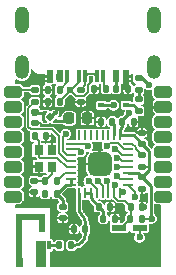
<source format=gbr>
%TF.GenerationSoftware,KiCad,Pcbnew,7.0.6*%
%TF.CreationDate,2023-09-20T23:26:58+02:00*%
%TF.ProjectId,epi_ESP32 (2023_01_16 13_30_41 UTC),6570695f-4553-4503-9332-202832303233,1_1*%
%TF.SameCoordinates,Original*%
%TF.FileFunction,Copper,L1,Top*%
%TF.FilePolarity,Positive*%
%FSLAX46Y46*%
G04 Gerber Fmt 4.6, Leading zero omitted, Abs format (unit mm)*
G04 Created by KiCad (PCBNEW 7.0.6) date 2023-09-20 23:26:58*
%MOMM*%
%LPD*%
G01*
G04 APERTURE LIST*
G04 Aperture macros list*
%AMRoundRect*
0 Rectangle with rounded corners*
0 $1 Rounding radius*
0 $2 $3 $4 $5 $6 $7 $8 $9 X,Y pos of 4 corners*
0 Add a 4 corners polygon primitive as box body*
4,1,4,$2,$3,$4,$5,$6,$7,$8,$9,$2,$3,0*
0 Add four circle primitives for the rounded corners*
1,1,$1+$1,$2,$3*
1,1,$1+$1,$4,$5*
1,1,$1+$1,$6,$7*
1,1,$1+$1,$8,$9*
0 Add four rect primitives between the rounded corners*
20,1,$1+$1,$2,$3,$4,$5,0*
20,1,$1+$1,$4,$5,$6,$7,0*
20,1,$1+$1,$6,$7,$8,$9,0*
20,1,$1+$1,$8,$9,$2,$3,0*%
%AMRotRect*
0 Rectangle, with rotation*
0 The origin of the aperture is its center*
0 $1 length*
0 $2 width*
0 $3 Rotation angle, in degrees counterclockwise*
0 Add horizontal line*
21,1,$1,$2,0,0,$3*%
%AMFreePoly0*
4,1,6,0.130000,-0.275000,0.020000,-0.275000,-0.130000,-0.115000,-0.130000,0.115000,0.130000,0.115000,0.130000,-0.275000,0.130000,-0.275000,$1*%
%AMFreePoly1*
4,1,6,0.130000,-0.115000,-0.020000,-0.275000,-0.130000,-0.275000,-0.130000,0.115000,0.130000,0.115000,0.130000,-0.115000,0.130000,-0.115000,$1*%
G04 Aperture macros list end*
%TA.AperFunction,SMDPad,CuDef*%
%ADD10R,0.800000X0.900000*%
%TD*%
%TA.AperFunction,SMDPad,CuDef*%
%ADD11FreePoly0,270.000000*%
%TD*%
%TA.AperFunction,SMDPad,CuDef*%
%ADD12FreePoly1,270.000000*%
%TD*%
%TA.AperFunction,SMDPad,CuDef*%
%ADD13FreePoly0,90.000000*%
%TD*%
%TA.AperFunction,SMDPad,CuDef*%
%ADD14FreePoly1,90.000000*%
%TD*%
%TA.AperFunction,SMDPad,CuDef*%
%ADD15RotRect,0.520000X0.520000X135.000000*%
%TD*%
%TA.AperFunction,SMDPad,CuDef*%
%ADD16RoundRect,0.062500X0.062500X-0.375000X0.062500X0.375000X-0.062500X0.375000X-0.062500X-0.375000X0*%
%TD*%
%TA.AperFunction,SMDPad,CuDef*%
%ADD17RoundRect,0.062500X0.375000X-0.062500X0.375000X0.062500X-0.375000X0.062500X-0.375000X-0.062500X0*%
%TD*%
%TA.AperFunction,SMDPad,CuDef*%
%ADD18RoundRect,0.500000X0.500000X-0.500000X0.500000X0.500000X-0.500000X0.500000X-0.500000X-0.500000X0*%
%TD*%
%TA.AperFunction,SMDPad,CuDef*%
%ADD19RoundRect,0.140000X-0.170000X0.140000X-0.170000X-0.140000X0.170000X-0.140000X0.170000X0.140000X0*%
%TD*%
%TA.AperFunction,SMDPad,CuDef*%
%ADD20RoundRect,0.135000X-0.135000X-0.185000X0.135000X-0.185000X0.135000X0.185000X-0.135000X0.185000X0*%
%TD*%
%TA.AperFunction,SMDPad,CuDef*%
%ADD21RoundRect,0.135000X0.135000X0.185000X-0.135000X0.185000X-0.135000X-0.185000X0.135000X-0.185000X0*%
%TD*%
%TA.AperFunction,SMDPad,CuDef*%
%ADD22RoundRect,0.140000X0.140000X0.170000X-0.140000X0.170000X-0.140000X-0.170000X0.140000X-0.170000X0*%
%TD*%
%TA.AperFunction,SMDPad,CuDef*%
%ADD23RoundRect,0.140000X0.170000X-0.140000X0.170000X0.140000X-0.170000X0.140000X-0.170000X-0.140000X0*%
%TD*%
%TA.AperFunction,SMDPad,CuDef*%
%ADD24R,1.300000X0.550000*%
%TD*%
%TA.AperFunction,SMDPad,CuDef*%
%ADD25RoundRect,0.147500X-0.147500X-0.172500X0.147500X-0.172500X0.147500X0.172500X-0.147500X0.172500X0*%
%TD*%
%TA.AperFunction,SMDPad,CuDef*%
%ADD26R,0.615500X1.000000*%
%TD*%
%TA.AperFunction,SMDPad,CuDef*%
%ADD27R,0.307750X1.000000*%
%TD*%
%TA.AperFunction,SMDPad,CuDef*%
%ADD28R,0.307750X0.500000*%
%TD*%
%TA.AperFunction,SMDPad,CuDef*%
%ADD29R,0.307750X1.000860*%
%TD*%
%TA.AperFunction,SMDPad,CuDef*%
%ADD30R,0.607750X0.300000*%
%TD*%
%TA.AperFunction,ComponentPad*%
%ADD31O,1.200000X2.000000*%
%TD*%
%TA.AperFunction,ComponentPad*%
%ADD32O,1.200000X2.300000*%
%TD*%
%TA.AperFunction,SMDPad,CuDef*%
%ADD33RoundRect,0.135000X0.185000X-0.135000X0.185000X0.135000X-0.185000X0.135000X-0.185000X-0.135000X0*%
%TD*%
%TA.AperFunction,SMDPad,CuDef*%
%ADD34RoundRect,0.225000X0.225000X0.250000X-0.225000X0.250000X-0.225000X-0.250000X0.225000X-0.250000X0*%
%TD*%
%TA.AperFunction,SMDPad,CuDef*%
%ADD35RoundRect,0.135000X-0.185000X0.135000X-0.185000X-0.135000X0.185000X-0.135000X0.185000X0.135000X0*%
%TD*%
%TA.AperFunction,SMDPad,CuDef*%
%ADD36RoundRect,0.140000X-0.140000X-0.170000X0.140000X-0.170000X0.140000X0.170000X-0.140000X0.170000X0*%
%TD*%
%TA.AperFunction,SMDPad,CuDef*%
%ADD37RoundRect,0.147500X-0.172500X0.147500X-0.172500X-0.147500X0.172500X-0.147500X0.172500X0.147500X0*%
%TD*%
%TA.AperFunction,SMDPad,CuDef*%
%ADD38R,0.600000X0.450000*%
%TD*%
%TA.AperFunction,ComponentPad*%
%ADD39RoundRect,0.250000X-0.500000X-0.250000X0.500000X-0.250000X0.500000X0.250000X-0.500000X0.250000X0*%
%TD*%
%TA.AperFunction,SMDPad,CuDef*%
%ADD40R,0.400000X0.800000*%
%TD*%
%TA.AperFunction,ViaPad*%
%ADD41C,0.600000*%
%TD*%
%TA.AperFunction,Conductor*%
%ADD42C,0.130000*%
%TD*%
%TA.AperFunction,Conductor*%
%ADD43C,0.250000*%
%TD*%
%TA.AperFunction,Conductor*%
%ADD44C,0.200000*%
%TD*%
%TA.AperFunction,Conductor*%
%ADD45C,0.243000*%
%TD*%
G04 APERTURE END LIST*
%TO.C,AE1*%
G36*
X100620036Y-68000000D02*
G01*
X98620036Y-68000000D01*
X98620036Y-67500000D01*
X100620036Y-67500000D01*
X100620036Y-68000000D01*
G37*
G36*
X100120036Y-69000000D02*
G01*
X100620036Y-69000000D01*
X100620036Y-68000000D01*
X100120036Y-68000000D01*
X100120036Y-69000000D01*
G37*
G36*
X98620036Y-71200000D02*
G01*
X98120036Y-71200000D01*
X98120036Y-67500000D01*
X98620036Y-67500000D01*
X98620036Y-71200000D01*
G37*
G36*
X100720036Y-72000000D02*
G01*
X99870036Y-72000000D01*
X99870036Y-69770000D01*
X100720036Y-69770000D01*
X100720036Y-72000000D01*
G37*
G36*
X98770036Y-72000000D02*
G01*
X98120036Y-72000000D01*
X98120036Y-71200000D01*
X98770036Y-71200000D01*
X98770036Y-72000000D01*
G37*
%TD*%
D10*
%TO.P,Y1,1,1*%
%TO.N,Net-(C4-Pad2)*%
X101170036Y-63500000D03*
%TO.P,Y1,2,2*%
%TO.N,GND*%
X101170036Y-62100000D03*
%TO.P,Y1,3,3*%
%TO.N,Net-(U1-XTAL_N)*%
X100070036Y-62100000D03*
%TO.P,Y1,4,4*%
%TO.N,GND*%
X100070036Y-63500000D03*
%TD*%
D11*
%TO.P,U3,1,OUT*%
%TO.N,+3.3V*%
X101520036Y-59600000D03*
D12*
%TO.P,U3,2,GND*%
%TO.N,GND*%
X101520036Y-58950000D03*
D13*
%TO.P,U3,3,EN*%
%TO.N,VCC*%
X100550036Y-58950000D03*
D14*
%TO.P,U3,4,IN*%
X100550036Y-59600000D03*
D15*
%TO.P,U3,5,GND*%
%TO.N,GND*%
X101035036Y-59275000D03*
%TD*%
D16*
%TO.P,U1,1,LNA_IN*%
%TO.N,Net-(U1-LNA_IN)*%
X103470036Y-65737500D03*
%TO.P,U1,2,VDD3P3*%
%TO.N,+3.3V*%
X103970036Y-65737500D03*
%TO.P,U1,3,VDD3P3*%
X104470036Y-65737500D03*
%TO.P,U1,4,XTAL_32K_P/ADC1_CH0*%
%TO.N,IO0*%
X104970036Y-65737500D03*
%TO.P,U1,5,XTAL_32K_N/ADC1_CH1*%
%TO.N,IO1*%
X105470036Y-65737500D03*
%TO.P,U1,6,GPIO2/ADC1_CH2*%
%TO.N,IO2*%
X105970036Y-65737500D03*
%TO.P,U1,7,CHIP_EN*%
%TO.N,EN*%
X106470036Y-65737500D03*
%TO.P,U1,8,GPIO3/ADC1_CH3*%
%TO.N,IO3*%
X106970036Y-65737500D03*
D17*
%TO.P,U1,9,MTMS/GPIO4/ADC1_CH4*%
%TO.N,IO4*%
X107657536Y-65050000D03*
%TO.P,U1,10,MTDI/GPIO5/ADC2_CH0*%
%TO.N,IO5*%
X107657536Y-64550000D03*
%TO.P,U1,11,VDD3P3_RTC*%
%TO.N,+3.3V*%
X107657536Y-64050000D03*
%TO.P,U1,12,MTCK/GPIO6*%
%TO.N,IO6*%
X107657536Y-63550000D03*
%TO.P,U1,13,MTDO/GPIO7*%
%TO.N,IO7*%
X107657536Y-63050000D03*
%TO.P,U1,14,GPIO8*%
%TO.N,IO8*%
X107657536Y-62550000D03*
%TO.P,U1,15,GPIO9/BOOT*%
%TO.N,BOOT*%
X107657536Y-62050000D03*
%TO.P,U1,16,GPIO10*%
%TO.N,Net-(U1-GPIO10)*%
X107657536Y-61550000D03*
D16*
%TO.P,U1,17,VDD3P3_CPU*%
%TO.N,+3.3V*%
X106970036Y-60862500D03*
%TO.P,U1,18,VDD_SPI/GPIO11*%
%TO.N,Net-(U1-VDD_SPI{slash}GPIO11)*%
X106470036Y-60862500D03*
%TO.P,U1,19,SPIHD/GPIO12*%
%TO.N,unconnected-(U1-SPIHD{slash}GPIO12-Pad19)*%
X105970036Y-60862500D03*
%TO.P,U1,20,SPIWP/GPIO13*%
%TO.N,unconnected-(U1-SPIWP{slash}GPIO13-Pad20)*%
X105470036Y-60862500D03*
%TO.P,U1,21,SPICS0/GPIO14*%
%TO.N,unconnected-(U1-SPICS0{slash}GPIO14-Pad21)*%
X104970036Y-60862500D03*
%TO.P,U1,22,SPICLK/GPIO15*%
%TO.N,unconnected-(U1-SPICLK{slash}GPIO15-Pad22)*%
X104470036Y-60862500D03*
%TO.P,U1,23,SPID/GPIO16*%
%TO.N,unconnected-(U1-SPID{slash}GPIO16-Pad23)*%
X103970036Y-60862500D03*
%TO.P,U1,24,SPIQ/GPIO17*%
%TO.N,unconnected-(U1-SPIQ{slash}GPIO17-Pad24)*%
X103470036Y-60862500D03*
D17*
%TO.P,U1,25,GPIO18/USB_D-*%
%TO.N,D-*%
X102782536Y-61550000D03*
%TO.P,U1,26,GPIO19/USB_D+*%
%TO.N,D+*%
X102782536Y-62050000D03*
%TO.P,U1,27,U0RXD/GPIO20*%
%TO.N,U0RXD*%
X102782536Y-62550000D03*
%TO.P,U1,28,U0TXD/GPIO21*%
%TO.N,Net-(U1-U0TXD{slash}GPIO21)*%
X102782536Y-63050000D03*
%TO.P,U1,29,XTAL_N*%
%TO.N,Net-(U1-XTAL_N)*%
X102782536Y-63550000D03*
%TO.P,U1,30,XTAL_P*%
%TO.N,Net-(U1-XTAL_P)*%
X102782536Y-64050000D03*
%TO.P,U1,31,VDDA*%
%TO.N,Net-(C1-Pad1)*%
X102782536Y-64550000D03*
%TO.P,U1,32,VDDA*%
X102782536Y-65050000D03*
D18*
%TO.P,U1,33,GND*%
%TO.N,GND*%
X105220036Y-63300000D03*
%TD*%
D19*
%TO.P,C13,1*%
%TO.N,GND*%
X108820036Y-60620000D03*
%TO.P,C13,2*%
%TO.N,+3.3V*%
X108820036Y-61580000D03*
%TD*%
D20*
%TO.P,RV2,1*%
%TO.N,GND*%
X100810036Y-58000000D03*
%TO.P,RV2,2*%
%TO.N,D+*%
X101830036Y-58000000D03*
%TD*%
D21*
%TO.P,R5,1*%
%TO.N,Net-(J3-CC1)*%
X105780036Y-56900000D03*
%TO.P,R5,2*%
%TO.N,GND*%
X104760036Y-56900000D03*
%TD*%
D22*
%TO.P,C2,1*%
%TO.N,GND*%
X108100036Y-59700000D03*
%TO.P,C2,2*%
%TO.N,+3.3V*%
X107140036Y-59700000D03*
%TD*%
D23*
%TO.P,C7,1*%
%TO.N,GND*%
X108820036Y-65380000D03*
%TO.P,C7,2*%
%TO.N,+3.3V*%
X108820036Y-64420000D03*
%TD*%
D24*
%TO.P,SW2,1,A*%
%TO.N,EN*%
X106900000Y-68675000D03*
%TO.P,SW2,3,B*%
%TO.N,GND*%
X106900000Y-71325000D03*
%TD*%
D20*
%TO.P,RV1,1*%
%TO.N,+5V*%
X106610036Y-56900000D03*
%TO.P,RV1,2*%
%TO.N,GND*%
X107630036Y-56900000D03*
%TD*%
D23*
%TO.P,C4,1*%
%TO.N,GND*%
X99700000Y-65660000D03*
%TO.P,C4,2*%
%TO.N,Net-(C4-Pad2)*%
X99700000Y-64700000D03*
%TD*%
D21*
%TO.P,L1,1*%
%TO.N,Net-(U1-LNA_IN)*%
X102830036Y-70170000D03*
%TO.P,L1,2*%
%TO.N,Net-(AE1-A)*%
X101810036Y-70170000D03*
%TD*%
D19*
%TO.P,C1,1*%
%TO.N,Net-(C1-Pad1)*%
X102095036Y-66895000D03*
%TO.P,C1,2*%
%TO.N,GND*%
X102095036Y-67855000D03*
%TD*%
D25*
%TO.P,FB2,1*%
%TO.N,+3.3V*%
X100635036Y-65800000D03*
%TO.P,FB2,2*%
%TO.N,Net-(C1-Pad1)*%
X101605036Y-65800000D03*
%TD*%
D22*
%TO.P,C11,1*%
%TO.N,GND*%
X108800036Y-66900000D03*
%TO.P,C11,2*%
%TO.N,EN*%
X107840036Y-66900000D03*
%TD*%
D24*
%TO.P,SW1,1,A*%
%TO.N,BOOT*%
X108600000Y-68675000D03*
%TO.P,SW1,3,B*%
%TO.N,GND*%
X108600000Y-71325000D03*
%TD*%
D26*
%TO.P,J3,A1,GND*%
%TO.N,GND*%
X107440000Y-55855000D03*
X101040000Y-55855000D03*
%TO.P,J3,A4,VBUS*%
%TO.N,+5V*%
X106640000Y-55855000D03*
D27*
%TO.P,J3,A5,CC1*%
%TO.N,Net-(J3-CC1)*%
X105490923Y-55855000D03*
D28*
%TO.P,J3,A6,D+*%
%TO.N,D+*%
X104489970Y-56105000D03*
D29*
%TO.P,J3,A7,D-*%
%TO.N,D-*%
X103991169Y-55855430D03*
D26*
%TO.P,J3,A9,VBUS*%
%TO.N,+5V*%
X101840000Y-55860000D03*
D27*
%TO.P,J3,B5,CC2*%
%TO.N,Net-(J3-CC2)*%
X102487811Y-55860000D03*
%TO.P,J3,B6,D+*%
%TO.N,D+*%
X103490692Y-55855860D03*
%TO.P,J3,B7,D-*%
%TO.N,D-*%
X104990447Y-55855000D03*
D30*
%TO.P,J3,B12,GND*%
%TO.N,GND*%
X107440000Y-56255000D03*
X101040000Y-56255000D03*
D31*
%TO.P,J3,S1,SHIELD*%
%TO.N,unconnected-(J3-SHIELD-PadS1)*%
X109840000Y-55105000D03*
D32*
X109840000Y-51105000D03*
D31*
X98640000Y-55105000D03*
D32*
X98640000Y-51105000D03*
%TD*%
D33*
%TO.P,R1,1*%
%TO.N,+3.3V*%
X108820036Y-63510000D03*
%TO.P,R1,2*%
%TO.N,Net-(U1-GPIO10)*%
X108820036Y-62490000D03*
%TD*%
D34*
%TO.P,C14,1*%
%TO.N,GND*%
X104195036Y-59400000D03*
%TO.P,C14,2*%
%TO.N,+3.3V*%
X102645036Y-59400000D03*
%TD*%
D21*
%TO.P,R4,1*%
%TO.N,Net-(J3-CC2)*%
X101830036Y-57000000D03*
%TO.P,R4,2*%
%TO.N,GND*%
X100810036Y-57000000D03*
%TD*%
D22*
%TO.P,C3,1*%
%TO.N,GND*%
X100700036Y-60925000D03*
%TO.P,C3,2*%
%TO.N,Net-(U1-XTAL_N)*%
X99740036Y-60925000D03*
%TD*%
%TO.P,C8,1*%
%TO.N,GND*%
X106500036Y-67900000D03*
%TO.P,C8,2*%
%TO.N,+3.3V*%
X105540036Y-67900000D03*
%TD*%
D21*
%TO.P,R6,1*%
%TO.N,+3.3V*%
X108830036Y-67900000D03*
%TO.P,R6,2*%
%TO.N,EN*%
X107810036Y-67900000D03*
%TD*%
D35*
%TO.P,R8,1*%
%TO.N,U0TXD*%
X99720036Y-56990000D03*
%TO.P,R8,2*%
%TO.N,Net-(U1-U0TXD{slash}GPIO21)*%
X99720036Y-58010000D03*
%TD*%
D36*
%TO.P,C6,1*%
%TO.N,GND*%
X103040036Y-68800000D03*
%TO.P,C6,2*%
%TO.N,Net-(U1-LNA_IN)*%
X104000036Y-68800000D03*
%TD*%
D37*
%TO.P,F1,1*%
%TO.N,Net-(F1-Pad1)*%
X108520036Y-57815000D03*
%TO.P,F1,2*%
%TO.N,Net-(D1-A)*%
X108520036Y-58785000D03*
%TD*%
%TO.P,FB1,1*%
%TO.N,+5V*%
X108520036Y-56003500D03*
%TO.P,FB1,2*%
%TO.N,Net-(F1-Pad1)*%
X108520036Y-56973500D03*
%TD*%
D38*
%TO.P,D1,1,K*%
%TO.N,VCC*%
X105370036Y-58297500D03*
%TO.P,D1,2,A*%
%TO.N,Net-(D1-A)*%
X107470036Y-58297500D03*
%TD*%
D39*
%TO.P,J2,1,Pin_1*%
%TO.N,+3.3V*%
X110592518Y-57150000D03*
%TO.P,J2,2,Pin_2*%
%TO.N,GND*%
X110592518Y-58420000D03*
%TO.P,J2,3,Pin_3*%
%TO.N,VCC*%
X110592518Y-59690000D03*
%TO.P,J2,4,Pin_4*%
%TO.N,EN*%
X110592518Y-60960000D03*
%TO.P,J2,5,Pin_5*%
%TO.N,BOOT*%
X110592518Y-62230000D03*
%TO.P,J2,6,Pin_6*%
%TO.N,IO8*%
X110592518Y-63500000D03*
%TO.P,J2,7,Pin_7*%
%TO.N,IO7*%
X110592518Y-64770000D03*
%TO.P,J2,8,Pin_8*%
%TO.N,IO6*%
X110592518Y-66040000D03*
%TD*%
D33*
%TO.P,RV3,1*%
%TO.N,GND*%
X103620036Y-58010000D03*
%TO.P,RV3,2*%
%TO.N,D-*%
X103620036Y-56990000D03*
%TD*%
D20*
%TO.P,L2,1*%
%TO.N,Net-(C4-Pad2)*%
X100610036Y-64700000D03*
%TO.P,L2,2*%
%TO.N,Net-(U1-XTAL_P)*%
X101630036Y-64700000D03*
%TD*%
D22*
%TO.P,C5,1*%
%TO.N,GND*%
X106100036Y-66900000D03*
%TO.P,C5,2*%
%TO.N,+3.3V*%
X105140036Y-66900000D03*
%TD*%
D40*
%TO.P,AE1,1,A*%
%TO.N,Net-(AE1-A)*%
X100920036Y-70170000D03*
%TD*%
D23*
%TO.P,C9,1*%
%TO.N,GND*%
X99720036Y-59830000D03*
%TO.P,C9,2*%
%TO.N,VCC*%
X99720036Y-58870000D03*
%TD*%
D22*
%TO.P,C12,1*%
%TO.N,Net-(U1-VDD_SPI{slash}GPIO11)*%
X106300036Y-59700000D03*
%TO.P,C12,2*%
%TO.N,GND*%
X105340036Y-59700000D03*
%TD*%
D39*
%TO.P,J1,1,Pin_1*%
%TO.N,U0TXD*%
X97892518Y-57150000D03*
%TO.P,J1,2,Pin_2*%
%TO.N,U0RXD*%
X97892518Y-58420000D03*
%TO.P,J1,3,Pin_3*%
%TO.N,IO0*%
X97892518Y-59690000D03*
%TO.P,J1,4,Pin_4*%
%TO.N,IO1*%
X97892518Y-60960000D03*
%TO.P,J1,5,Pin_5*%
%TO.N,IO2*%
X97892518Y-62230000D03*
%TO.P,J1,6,Pin_6*%
%TO.N,IO3*%
X97892518Y-63500000D03*
%TO.P,J1,7,Pin_7*%
%TO.N,IO4*%
X97892518Y-64770000D03*
%TO.P,J1,8,Pin_8*%
%TO.N,IO5*%
X97892518Y-66040000D03*
%TD*%
D41*
%TO.N,BOOT*%
X108600000Y-69500000D03*
%TO.N,GND*%
X105220036Y-63300000D03*
X109000000Y-71700000D03*
X109800000Y-71700000D03*
X106600000Y-71700000D03*
X108200000Y-71700000D03*
X107400000Y-71700000D03*
%TO.N,IO0*%
X104305281Y-64731900D03*
%TO.N,IO1*%
X105054574Y-64749607D03*
%TO.N,IO2*%
X105804067Y-64745775D03*
%TO.N,+5V*%
X109420036Y-56600000D03*
X106640000Y-55855000D03*
X101820036Y-55900000D03*
%TO.N,GND*%
X103520036Y-70800000D03*
X103120036Y-68000000D03*
X104195036Y-59400000D03*
X105020036Y-71700000D03*
X104720036Y-62800000D03*
X104120036Y-66617081D03*
X98920036Y-66700000D03*
X99220036Y-63500000D03*
X104320036Y-67300000D03*
X104220036Y-71700000D03*
X101320036Y-71200000D03*
X101320036Y-68300000D03*
X102820036Y-67300000D03*
X102620036Y-71700000D03*
X105820036Y-71700000D03*
X104620036Y-69600000D03*
X104220036Y-70400000D03*
X104720036Y-68000000D03*
X102300000Y-69400000D03*
X107420036Y-56500000D03*
X99720036Y-66700000D03*
X105720036Y-63800000D03*
X104820036Y-68800000D03*
X101232134Y-62037902D03*
X105720036Y-62800000D03*
X101820036Y-71700000D03*
X102820036Y-66500000D03*
X101320036Y-66710000D03*
X108985500Y-66900000D03*
X104720036Y-63800000D03*
X100520036Y-66700000D03*
X100020036Y-56100000D03*
X101320036Y-67500000D03*
X106920036Y-67000000D03*
X103420036Y-71700000D03*
X101320036Y-69100000D03*
%TO.N,+3.3V*%
X102405536Y-59400000D03*
X105540036Y-67900000D03*
X109620036Y-67900000D03*
X107720036Y-59000000D03*
X100635036Y-65800000D03*
%TO.N,IO3*%
X107220036Y-65666775D03*
%TO.N,D+*%
X102720036Y-57000000D03*
X103642889Y-62251013D03*
%TO.N,D-*%
X104232169Y-61787867D03*
X103620036Y-57000000D03*
%TO.N,IO4*%
X108223832Y-66040684D03*
%TO.N,IO8*%
X106562914Y-62029500D03*
%TO.N,IO5*%
X106694275Y-64312553D03*
%TO.N,EN*%
X106501815Y-65036924D03*
%TO.N,BOOT*%
X105851172Y-61779520D03*
%TO.N,U0RXD*%
X102370036Y-60725000D03*
%TO.N,IO7*%
X106669536Y-62808045D03*
%TO.N,IO6*%
X106669536Y-63557548D03*
%TO.N,VCC*%
X106400000Y-58300000D03*
X99720036Y-58934500D03*
%TD*%
D42*
%TO.N,Net-(C4-Pad2)*%
X99700000Y-64700000D02*
X100610036Y-64700000D01*
%TO.N,+3.3V*%
X109405036Y-63510000D02*
X109415036Y-63500000D01*
D43*
X109415036Y-63500000D02*
X109415036Y-63825000D01*
D42*
X108820036Y-63510000D02*
X109405036Y-63510000D01*
D43*
X109415036Y-62175000D02*
X109415036Y-63500000D01*
X109567518Y-65167482D02*
X109567518Y-67847482D01*
X108820036Y-64420000D02*
X109567518Y-65167482D01*
X109567518Y-67847482D02*
X109620036Y-67900000D01*
D42*
%TO.N,BOOT*%
X108600000Y-68675000D02*
X108600000Y-69500000D01*
D43*
%TO.N,+3.3V*%
X109415036Y-63825000D02*
X108820036Y-64420000D01*
X108820036Y-61580000D02*
X109415036Y-62175000D01*
D42*
%TO.N,BOOT*%
X110338446Y-62346463D02*
X110338446Y-62230423D01*
D43*
%TO.N,VCC*%
X106400000Y-58300000D02*
X105456036Y-58300000D01*
X99735536Y-58950000D02*
X100550036Y-58950000D01*
X99720036Y-58934500D02*
X99735536Y-58950000D01*
D42*
%TO.N,IO8*%
X106618069Y-62029500D02*
X107138569Y-62550000D01*
X107138569Y-62550000D02*
X107657536Y-62550000D01*
X106562914Y-62029500D02*
X106618069Y-62029500D01*
%TO.N,BOOT*%
X106777592Y-61500000D02*
X107327592Y-62050000D01*
X106662480Y-61500000D02*
X106777592Y-61500000D01*
X107327592Y-62050000D02*
X107657536Y-62050000D01*
X106130692Y-61500000D02*
X106277592Y-61500000D01*
X106277592Y-61500000D02*
X106292592Y-61515000D01*
X106292592Y-61515000D02*
X106647480Y-61515000D01*
X106647480Y-61515000D02*
X106662480Y-61500000D01*
X105851172Y-61779520D02*
X106130692Y-61500000D01*
D43*
%TO.N,+3.3V*%
X105540036Y-67246899D02*
X105545036Y-67241899D01*
X105545036Y-67241899D02*
X105545036Y-67227297D01*
X105545036Y-67227297D02*
X104470036Y-66152297D01*
X104470036Y-66152297D02*
X104470036Y-65737500D01*
X105540036Y-67900000D02*
X105540036Y-67246899D01*
D42*
%TO.N,Net-(U1-XTAL_N)*%
X102435036Y-63550000D02*
X102782536Y-63550000D01*
X100185036Y-62765000D02*
X101650036Y-62765000D01*
X100070036Y-62650000D02*
X100185036Y-62765000D01*
X99720036Y-61000000D02*
X100070036Y-61350000D01*
X100070036Y-61350000D02*
X100070036Y-62650000D01*
X101650036Y-62765000D02*
X102435036Y-63550000D01*
%TO.N,EN*%
X106470036Y-65068703D02*
X106470036Y-65737500D01*
X106501815Y-65036924D02*
X106470036Y-65068703D01*
%TO.N,IO5*%
X106931722Y-64550000D02*
X107657536Y-64550000D01*
X106694275Y-64312553D02*
X106931722Y-64550000D01*
%TO.N,IO0*%
X104970036Y-65393389D02*
X104970036Y-65737500D01*
X104308547Y-64731900D02*
X104970036Y-65393389D01*
X104305281Y-64731900D02*
X104308547Y-64731900D01*
%TO.N,IO1*%
X105470036Y-65165069D02*
X105054574Y-64749607D01*
X105470036Y-65737500D02*
X105470036Y-65165069D01*
%TO.N,IO2*%
X105955190Y-65722654D02*
X105955190Y-64896898D01*
X105955190Y-64896898D02*
X105804067Y-64745775D01*
X105970036Y-65737500D02*
X105955190Y-65722654D01*
D43*
%TO.N,+3.3V*%
X108102536Y-60862500D02*
X106970036Y-60862500D01*
X108820036Y-61580000D02*
X108102536Y-60862500D01*
%TO.N,+5V*%
X108823536Y-56003500D02*
X108520036Y-56003500D01*
X106640000Y-56770036D02*
X106640000Y-55855000D01*
X101840000Y-55880036D02*
X101820036Y-55900000D01*
X109420036Y-56600000D02*
X108823536Y-56003500D01*
X106510036Y-56900000D02*
X106640000Y-56770036D01*
X101840000Y-55860000D02*
X101840000Y-55880036D01*
%TO.N,GND*%
X101035036Y-59275000D02*
X101360036Y-58950000D01*
X101520036Y-58950000D02*
X101520036Y-58600000D01*
X109565036Y-58420000D02*
X110075036Y-58420000D01*
%TO.N,+3.3V*%
X102405536Y-59400000D02*
X102645036Y-59400000D01*
X107140036Y-59580000D02*
X107140036Y-60180000D01*
X107720036Y-59000000D02*
X107140036Y-59580000D01*
X102405536Y-59400000D02*
X102205536Y-59600000D01*
X106970036Y-60350000D02*
X106970036Y-60862500D01*
X103970036Y-65737500D02*
X104470036Y-65737500D01*
X102205536Y-59600000D02*
X101520036Y-59600000D01*
X107140036Y-60180000D02*
X106970036Y-60350000D01*
X108450036Y-64050000D02*
X108820036Y-64420000D01*
X107657536Y-64050000D02*
X108450036Y-64050000D01*
D42*
X108830036Y-67900000D02*
X109620036Y-67900000D01*
%TO.N,IO3*%
X107149311Y-65737500D02*
X106970036Y-65737500D01*
X107220036Y-65666775D02*
X107149311Y-65737500D01*
%TO.N,D+*%
X103290061Y-56505000D02*
X102795061Y-57000000D01*
X103235036Y-57515000D02*
X103910011Y-57515000D01*
X102720036Y-57000000D02*
X102720036Y-57075025D01*
X103325036Y-56505000D02*
X103290061Y-56505000D01*
X103490692Y-56339344D02*
X103325036Y-56505000D01*
D44*
X103441876Y-62050000D02*
X102782536Y-62050000D01*
D42*
X102795061Y-57000000D02*
X102720036Y-57000000D01*
X103910011Y-57515000D02*
X104275036Y-57149975D01*
X103490692Y-55855860D02*
X103490692Y-56339344D01*
D44*
X103642889Y-62251013D02*
X103441876Y-62050000D01*
D42*
X104275036Y-57149975D02*
X104275036Y-56570860D01*
X104489970Y-56355926D02*
X104275036Y-56570860D01*
X102720036Y-57075025D02*
X101830036Y-57965025D01*
X104489970Y-56105000D02*
X104489970Y-56355926D01*
X101830036Y-57965025D02*
X101830036Y-58000000D01*
X102720036Y-57000000D02*
X103235036Y-57515000D01*
%TO.N,D-*%
X103991169Y-55855430D02*
X104226599Y-55620000D01*
X103720036Y-56890000D02*
X103620036Y-57000000D01*
X104755447Y-55620000D02*
X104990447Y-55855000D01*
X103991169Y-56618867D02*
X103991169Y-55855430D01*
D44*
X104232169Y-61787867D02*
X103994302Y-61550000D01*
D42*
X103620036Y-57000000D02*
X103991169Y-56618867D01*
D44*
X103994302Y-61550000D02*
X102782536Y-61550000D01*
D42*
X104226599Y-55620000D02*
X104755447Y-55620000D01*
%TO.N,IO4*%
X108223832Y-65616296D02*
X108223832Y-66040684D01*
X107657536Y-65050000D02*
X108223832Y-65616296D01*
%TO.N,EN*%
X106470036Y-66067444D02*
X106802592Y-66400000D01*
X106802592Y-66400000D02*
X107340036Y-66400000D01*
X106470036Y-65737500D02*
X106470036Y-66067444D01*
X107840036Y-66900000D02*
X107840036Y-67870000D01*
X107340036Y-66400000D02*
X107840036Y-66900000D01*
X107840036Y-67870000D02*
X107810036Y-67900000D01*
X107120036Y-68675000D02*
X107120036Y-68590000D01*
X107120036Y-68590000D02*
X107810036Y-67900000D01*
%TO.N,U0TXD*%
X99720036Y-56990000D02*
X98155792Y-56990000D01*
X98155792Y-56990000D02*
X98155837Y-57149927D01*
%TO.N,U0RXD*%
X102120036Y-62217444D02*
X102120036Y-61025000D01*
X102782536Y-62550000D02*
X102452592Y-62550000D01*
X102452592Y-62550000D02*
X102120036Y-62217444D01*
X102370036Y-60775000D02*
X102370036Y-60725000D01*
X102120036Y-61025000D02*
X102370036Y-60775000D01*
%TO.N,IO7*%
X106669536Y-62808045D02*
X106872488Y-62808045D01*
X107114443Y-63050000D02*
X107657536Y-63050000D01*
X106872488Y-62808045D02*
X107114443Y-63050000D01*
%TO.N,IO6*%
X106669536Y-63557548D02*
X106677084Y-63550000D01*
X106677084Y-63550000D02*
X107657536Y-63550000D01*
D45*
%TO.N,Net-(U1-LNA_IN)*%
X103756432Y-69863604D02*
X103713640Y-69906396D01*
X103077244Y-70170000D02*
X102830036Y-70170000D01*
X103733640Y-67613604D02*
X103756432Y-67636396D01*
X104020036Y-68272792D02*
X104020036Y-69227208D01*
X103470036Y-65737500D02*
X103470036Y-66977208D01*
X103756436Y-69863608D02*
G75*
G03*
X104020036Y-69227208I-636436J636408D01*
G01*
X103470020Y-66977208D02*
G75*
G03*
X103733640Y-67613604I899980J8D01*
G01*
X103077244Y-70170030D02*
G75*
G03*
X103713639Y-69906395I-44J900030D01*
G01*
X104020030Y-68272792D02*
G75*
G03*
X103756431Y-67636397I-900030J-8D01*
G01*
D43*
%TO.N,VCC*%
X100550036Y-58950000D02*
X100392340Y-59107696D01*
X100392340Y-59442304D02*
X100550036Y-59600000D01*
X100392340Y-59107696D02*
X100392340Y-59442304D01*
%TO.N,Net-(U1-VDD_SPI{slash}GPIO11)*%
X106470036Y-59870000D02*
X106470036Y-60862500D01*
X106300036Y-59700000D02*
X106470036Y-59870000D01*
%TO.N,Net-(D1-A)*%
X107470036Y-58297500D02*
X108085031Y-58297500D01*
X108520036Y-58732505D02*
X108520036Y-58785000D01*
X108085031Y-58297500D02*
X108520036Y-58732505D01*
D42*
%TO.N,Net-(J3-CC1)*%
X105630036Y-55994113D02*
X105490923Y-55855000D01*
X105630036Y-56900000D02*
X105630036Y-55994113D01*
%TO.N,Net-(J3-CC2)*%
X102487811Y-56332225D02*
X101930036Y-56890000D01*
X102487811Y-55860000D02*
X102487811Y-56332225D01*
X101930036Y-56890000D02*
X101820036Y-56890000D01*
%TO.N,Net-(U1-GPIO10)*%
X108310036Y-61872556D02*
X107987480Y-61550000D01*
X108820036Y-62490000D02*
X108310036Y-61980000D01*
X107987480Y-61550000D02*
X107657536Y-61550000D01*
X108310036Y-61980000D02*
X108310036Y-61872556D01*
%TO.N,Net-(U1-XTAL_P)*%
X101630036Y-64690000D02*
X102270036Y-64050000D01*
X102270036Y-64050000D02*
X102782536Y-64050000D01*
D43*
%TO.N,Net-(C1-Pad1)*%
X102095036Y-66895000D02*
X102095036Y-66290000D01*
X102095036Y-66290000D02*
X101605036Y-65800000D01*
X102355036Y-65050000D02*
X102782536Y-65050000D01*
X101605036Y-65800000D02*
X102355036Y-65050000D01*
X102782536Y-65050000D02*
X102782536Y-64550000D01*
D42*
%TO.N,Net-(C4-Pad2)*%
X101170036Y-63500000D02*
X101170036Y-64140000D01*
X101170036Y-64140000D02*
X100610036Y-64700000D01*
D43*
%TO.N,Net-(F1-Pad1)*%
X108520036Y-57815000D02*
X108520036Y-56973500D01*
D42*
%TO.N,Net-(U1-U0TXD{slash}GPIO21)*%
X99195036Y-60117046D02*
X99195036Y-58535000D01*
X101785036Y-62382444D02*
X101785036Y-60890850D01*
X101785036Y-60890850D02*
X101219186Y-60325000D01*
X99195036Y-58535000D02*
X99720036Y-58010000D01*
X101219186Y-60325000D02*
X99402990Y-60325000D01*
X102782536Y-63050000D02*
X102452592Y-63050000D01*
X102452592Y-63050000D02*
X101785036Y-62382444D01*
X99402990Y-60325000D02*
X99195036Y-60117046D01*
D45*
%TO.N,Net-(AE1-A)*%
X101810036Y-70170000D02*
X101141536Y-70170000D01*
%TD*%
%TA.AperFunction,Conductor*%
%TO.N,GND*%
G36*
X99499755Y-55222084D02*
G01*
X99508514Y-55233011D01*
X99525335Y-55259483D01*
X99541315Y-55284632D01*
X99665388Y-55415587D01*
X99673954Y-55424628D01*
X99830912Y-55536688D01*
X100006397Y-55616675D01*
X100193938Y-55661639D01*
X100193937Y-55661639D01*
X100201563Y-55661966D01*
X100386615Y-55669921D01*
X100462524Y-55658495D01*
X100528724Y-55648531D01*
X100576265Y-55660331D01*
X100601537Y-55702292D01*
X100602250Y-55711818D01*
X100602250Y-55755000D01*
X101076000Y-55755000D01*
X101121255Y-55773745D01*
X101140000Y-55819000D01*
X101140000Y-55891000D01*
X101121255Y-55936255D01*
X101076000Y-55955000D01*
X100602250Y-55955000D01*
X100602250Y-56155000D01*
X101076000Y-56155000D01*
X101121255Y-56173745D01*
X101140000Y-56219000D01*
X101140000Y-56291000D01*
X101121255Y-56336255D01*
X101076000Y-56355000D01*
X100602250Y-56355000D01*
X100602250Y-56367804D01*
X100604895Y-56381098D01*
X100606125Y-56393587D01*
X100606125Y-56417805D01*
X100613668Y-56455723D01*
X100613669Y-56455725D01*
X100620194Y-56465491D01*
X100629750Y-56513533D01*
X100602536Y-56554261D01*
X100579467Y-56563817D01*
X100571640Y-56565373D01*
X100571637Y-56565375D01*
X100483982Y-56623943D01*
X100483979Y-56623946D01*
X100425411Y-56711601D01*
X100425409Y-56711604D01*
X100410036Y-56788895D01*
X100410036Y-56900000D01*
X101210036Y-56900000D01*
X101210036Y-56788895D01*
X101194662Y-56711604D01*
X101194660Y-56711601D01*
X101143181Y-56634556D01*
X101133625Y-56586514D01*
X101160839Y-56545786D01*
X101196395Y-56535000D01*
X101356680Y-56535000D01*
X101394598Y-56527456D01*
X101409495Y-56517503D01*
X101457538Y-56507946D01*
X101498266Y-56535158D01*
X101507823Y-56583201D01*
X101490308Y-56615970D01*
X101455422Y-56650855D01*
X101455420Y-56650858D01*
X101455420Y-56650859D01*
X101445916Y-56672383D01*
X101412306Y-56748501D01*
X101409536Y-56772376D01*
X101409536Y-57227616D01*
X101409537Y-57227625D01*
X101410318Y-57234357D01*
X101412306Y-57251498D01*
X101455420Y-57349141D01*
X101530895Y-57424616D01*
X101546320Y-57431427D01*
X101569028Y-57441454D01*
X101602855Y-57476881D01*
X101601722Y-57525852D01*
X101569028Y-57558546D01*
X101530898Y-57575382D01*
X101530895Y-57575384D01*
X101455420Y-57650859D01*
X101442830Y-57679372D01*
X101412306Y-57748501D01*
X101409536Y-57772376D01*
X101409536Y-58227616D01*
X101409537Y-58227622D01*
X101412306Y-58251498D01*
X101455420Y-58349141D01*
X101530895Y-58424616D01*
X101628538Y-58467730D01*
X101652413Y-58470500D01*
X102007658Y-58470499D01*
X102031534Y-58467730D01*
X102129177Y-58424616D01*
X102204652Y-58349141D01*
X102247766Y-58251498D01*
X102250536Y-58227623D01*
X102250536Y-58110000D01*
X103170036Y-58110000D01*
X103170036Y-58171104D01*
X103185409Y-58248395D01*
X103185411Y-58248398D01*
X103243979Y-58336053D01*
X103243982Y-58336056D01*
X103331637Y-58394624D01*
X103331640Y-58394626D01*
X103408931Y-58410000D01*
X103520036Y-58410000D01*
X103520036Y-58110000D01*
X103720036Y-58110000D01*
X103720036Y-58410000D01*
X103831141Y-58410000D01*
X103908431Y-58394626D01*
X103908434Y-58394624D01*
X103996089Y-58336056D01*
X103996092Y-58336053D01*
X104054660Y-58248398D01*
X104054662Y-58248395D01*
X104070036Y-58171104D01*
X104070036Y-58110000D01*
X103720036Y-58110000D01*
X103520036Y-58110000D01*
X103170036Y-58110000D01*
X102250536Y-58110000D01*
X102250535Y-57875796D01*
X102269279Y-57830543D01*
X102630578Y-57469244D01*
X102675833Y-57450500D01*
X102784808Y-57450500D01*
X102810959Y-57442821D01*
X102859662Y-57448056D01*
X102874246Y-57458973D01*
X103078074Y-57662801D01*
X103079227Y-57664016D01*
X103105537Y-57693237D01*
X103105538Y-57693237D01*
X103105539Y-57693238D01*
X103127290Y-57702922D01*
X103136113Y-57707713D01*
X103154648Y-57719749D01*
X103182394Y-57760117D01*
X103182564Y-57785910D01*
X103170036Y-57848898D01*
X103170035Y-57909999D01*
X103170036Y-57910000D01*
X104070035Y-57910000D01*
X104070036Y-57848895D01*
X104054662Y-57771604D01*
X104045969Y-57758595D01*
X104036413Y-57710553D01*
X104061568Y-57671259D01*
X104073732Y-57662422D01*
X104073732Y-57662421D01*
X104073736Y-57662419D01*
X104078239Y-57654618D01*
X104088406Y-57641366D01*
X104408674Y-57321098D01*
X104453928Y-57302354D01*
X104489485Y-57313140D01*
X104521640Y-57334626D01*
X104598931Y-57350000D01*
X104660036Y-57350000D01*
X104660036Y-57000000D01*
X104860036Y-57000000D01*
X104860036Y-57350000D01*
X104921141Y-57350000D01*
X104998431Y-57334626D01*
X104998434Y-57334624D01*
X105086089Y-57276056D01*
X105086092Y-57276053D01*
X105144660Y-57188398D01*
X105144662Y-57188395D01*
X105160036Y-57111104D01*
X105160036Y-57000000D01*
X104860036Y-57000000D01*
X104660036Y-57000000D01*
X104660036Y-56864000D01*
X104678781Y-56818745D01*
X104724036Y-56800000D01*
X105160036Y-56800000D01*
X105160036Y-56688895D01*
X105144662Y-56611604D01*
X105136995Y-56600130D01*
X105127439Y-56552087D01*
X105154652Y-56511359D01*
X105177720Y-56501804D01*
X105203044Y-56496767D01*
X105205125Y-56495376D01*
X105207581Y-56494887D01*
X105208872Y-56494353D01*
X105208978Y-56494609D01*
X105253167Y-56485817D01*
X105276244Y-56495376D01*
X105278323Y-56496765D01*
X105278326Y-56496767D01*
X105313494Y-56503762D01*
X105322227Y-56505500D01*
X105322228Y-56505500D01*
X105327228Y-56505500D01*
X105372483Y-56524245D01*
X105391228Y-56569500D01*
X105385775Y-56595349D01*
X105376670Y-56615970D01*
X105362306Y-56648501D01*
X105359536Y-56672376D01*
X105359536Y-57127616D01*
X105359537Y-57127622D01*
X105362306Y-57151498D01*
X105405420Y-57249141D01*
X105480895Y-57324616D01*
X105578538Y-57367730D01*
X105602413Y-57370500D01*
X105957658Y-57370499D01*
X105981534Y-57367730D01*
X106079177Y-57324616D01*
X106149784Y-57254008D01*
X106195036Y-57235265D01*
X106240287Y-57254008D01*
X106310895Y-57324616D01*
X106408538Y-57367730D01*
X106432413Y-57370500D01*
X106787658Y-57370499D01*
X106811534Y-57367730D01*
X106909177Y-57324616D01*
X106984652Y-57249141D01*
X107027766Y-57151498D01*
X107030536Y-57127623D01*
X107030536Y-57000000D01*
X107230036Y-57000000D01*
X107230036Y-57111104D01*
X107245409Y-57188395D01*
X107245411Y-57188398D01*
X107303979Y-57276053D01*
X107303982Y-57276056D01*
X107391637Y-57334624D01*
X107391640Y-57334626D01*
X107468931Y-57350000D01*
X107530036Y-57350000D01*
X107530036Y-57000000D01*
X107230036Y-57000000D01*
X107030536Y-57000000D01*
X107030535Y-56672378D01*
X107027766Y-56648502D01*
X107013359Y-56615875D01*
X107012229Y-56566907D01*
X107046056Y-56531479D01*
X107084395Y-56527256D01*
X107123321Y-56535000D01*
X107182663Y-56535000D01*
X107227918Y-56553745D01*
X107246663Y-56599000D01*
X107245433Y-56611485D01*
X107230036Y-56688894D01*
X107230036Y-56800000D01*
X107666036Y-56800000D01*
X107711291Y-56818745D01*
X107730036Y-56864000D01*
X107730036Y-57350000D01*
X107791141Y-57350000D01*
X107868431Y-57334626D01*
X107868434Y-57334624D01*
X107956089Y-57276056D01*
X107956091Y-57276054D01*
X107972152Y-57252017D01*
X108012880Y-57224802D01*
X108060922Y-57234357D01*
X108083913Y-57261720D01*
X108097428Y-57292328D01*
X108154095Y-57348995D01*
X108172841Y-57394248D01*
X108154096Y-57439503D01*
X108097430Y-57496169D01*
X108097428Y-57496172D01*
X108052425Y-57598094D01*
X108049537Y-57622991D01*
X108049536Y-57623005D01*
X108049536Y-57623009D01*
X108049536Y-57808502D01*
X108049537Y-57958000D01*
X108030792Y-58003255D01*
X107985537Y-58022000D01*
X107951506Y-58022000D01*
X107906251Y-58003255D01*
X107898292Y-57993557D01*
X107892701Y-57985190D01*
X107878540Y-57963996D01*
X107878539Y-57963995D01*
X107878538Y-57963994D01*
X107828760Y-57930734D01*
X107828758Y-57930733D01*
X107784857Y-57922000D01*
X107784856Y-57922000D01*
X107155216Y-57922000D01*
X107155215Y-57922000D01*
X107111313Y-57930733D01*
X107111311Y-57930734D01*
X107061533Y-57963994D01*
X107061530Y-57963997D01*
X107028270Y-58013775D01*
X107028269Y-58013777D01*
X107019536Y-58057678D01*
X107019536Y-58537321D01*
X107028269Y-58581222D01*
X107028270Y-58581224D01*
X107061530Y-58631002D01*
X107061533Y-58631005D01*
X107092388Y-58651621D01*
X107111314Y-58664267D01*
X107146482Y-58671262D01*
X107155215Y-58673000D01*
X107155216Y-58673000D01*
X107274531Y-58673000D01*
X107319786Y-58691745D01*
X107338531Y-58737000D01*
X107332747Y-58763587D01*
X107283339Y-58871771D01*
X107264903Y-59000000D01*
X107268579Y-59025572D01*
X107256464Y-59073033D01*
X107250485Y-59079933D01*
X107109663Y-59220755D01*
X107064409Y-59239500D01*
X106956669Y-59239500D01*
X106956660Y-59239501D01*
X106932373Y-59242318D01*
X106932374Y-59242318D01*
X106833020Y-59286187D01*
X106765289Y-59353917D01*
X106720036Y-59372662D01*
X106674782Y-59353917D01*
X106607052Y-59286187D01*
X106507698Y-59242318D01*
X106483409Y-59239500D01*
X106483407Y-59239500D01*
X106116669Y-59239500D01*
X106116660Y-59239501D01*
X106092374Y-59242318D01*
X105993020Y-59286187D01*
X105916223Y-59362984D01*
X105872352Y-59462341D01*
X105871201Y-59472268D01*
X105847364Y-59515060D01*
X105800250Y-59528463D01*
X105757458Y-59504626D01*
X105744858Y-59477375D01*
X105734372Y-59424655D01*
X105734371Y-59424652D01*
X105674694Y-59335340D01*
X105585384Y-59275664D01*
X105585382Y-59275663D01*
X105506634Y-59260000D01*
X105440036Y-59260000D01*
X105440036Y-60139999D01*
X105506632Y-60139999D01*
X105506633Y-60139998D01*
X105585380Y-60124336D01*
X105585383Y-60124335D01*
X105674695Y-60064658D01*
X105734371Y-59975348D01*
X105734372Y-59975345D01*
X105744859Y-59922625D01*
X105772072Y-59881896D01*
X105820114Y-59872340D01*
X105860843Y-59899553D01*
X105871202Y-59927735D01*
X105872354Y-59937662D01*
X105916223Y-60037016D01*
X105993020Y-60113813D01*
X106079400Y-60151953D01*
X106113227Y-60187381D01*
X106112096Y-60236351D01*
X106076668Y-60270178D01*
X106053549Y-60274500D01*
X105886552Y-60274500D01*
X105824430Y-60286856D01*
X105824426Y-60286858D01*
X105755592Y-60332851D01*
X105707550Y-60342407D01*
X105684480Y-60332851D01*
X105615645Y-60286858D01*
X105615641Y-60286856D01*
X105553520Y-60274500D01*
X105553516Y-60274500D01*
X105386556Y-60274500D01*
X105386552Y-60274500D01*
X105324430Y-60286856D01*
X105324426Y-60286858D01*
X105255592Y-60332851D01*
X105207550Y-60342407D01*
X105184480Y-60332851D01*
X105115645Y-60286858D01*
X105115641Y-60286856D01*
X105053520Y-60274500D01*
X105053516Y-60274500D01*
X104886556Y-60274500D01*
X104886552Y-60274500D01*
X104824430Y-60286856D01*
X104824426Y-60286858D01*
X104755592Y-60332851D01*
X104707550Y-60342407D01*
X104684480Y-60332851D01*
X104615645Y-60286858D01*
X104615641Y-60286856D01*
X104553520Y-60274500D01*
X104553516Y-60274500D01*
X104386556Y-60274500D01*
X104386552Y-60274500D01*
X104324430Y-60286856D01*
X104324426Y-60286858D01*
X104255592Y-60332851D01*
X104207550Y-60342407D01*
X104184480Y-60332851D01*
X104115645Y-60286858D01*
X104115641Y-60286856D01*
X104053520Y-60274500D01*
X104053516Y-60274500D01*
X103886556Y-60274500D01*
X103886552Y-60274500D01*
X103824430Y-60286856D01*
X103824426Y-60286858D01*
X103755592Y-60332851D01*
X103707550Y-60342407D01*
X103684480Y-60332851D01*
X103615645Y-60286858D01*
X103615641Y-60286856D01*
X103553520Y-60274500D01*
X103553516Y-60274500D01*
X103386556Y-60274500D01*
X103386552Y-60274500D01*
X103324430Y-60286856D01*
X103324426Y-60286858D01*
X103253972Y-60333933D01*
X103253969Y-60333936D01*
X103206894Y-60404390D01*
X103206892Y-60404394D01*
X103194536Y-60466516D01*
X103194536Y-61210500D01*
X103175791Y-61255755D01*
X103130536Y-61274500D01*
X102542777Y-61274500D01*
X102497522Y-61255755D01*
X102478777Y-61210500D01*
X102497522Y-61165245D01*
X102524746Y-61149092D01*
X102559105Y-61139004D01*
X102668085Y-61068967D01*
X102752918Y-60971063D01*
X102806733Y-60853226D01*
X102825169Y-60725000D01*
X102806733Y-60596774D01*
X102806731Y-60596770D01*
X102752919Y-60478939D01*
X102752917Y-60478936D01*
X102746612Y-60471660D01*
X102676277Y-60390487D01*
X102668086Y-60381034D01*
X102668084Y-60381032D01*
X102559105Y-60310996D01*
X102485850Y-60289487D01*
X102434808Y-60274500D01*
X102305264Y-60274500D01*
X102180967Y-60310996D01*
X102180965Y-60310996D01*
X102071987Y-60381032D01*
X102071985Y-60381034D01*
X101987154Y-60478936D01*
X101987152Y-60478939D01*
X101933340Y-60596770D01*
X101932493Y-60599656D01*
X101901758Y-60637797D01*
X101853055Y-60643034D01*
X101825830Y-60626881D01*
X101376146Y-60177197D01*
X101374993Y-60175982D01*
X101372977Y-60173743D01*
X101348683Y-60146762D01*
X101348680Y-60146761D01*
X101348680Y-60146760D01*
X101348681Y-60146760D01*
X101326927Y-60137074D01*
X101318105Y-60132284D01*
X101298137Y-60119318D01*
X101298139Y-60119318D01*
X101289237Y-60117908D01*
X101273224Y-60113165D01*
X101271162Y-60112247D01*
X101264992Y-60109500D01*
X101264991Y-60109500D01*
X101241180Y-60109500D01*
X101231169Y-60108712D01*
X101225772Y-60107857D01*
X101207656Y-60104988D01*
X101207655Y-60104988D01*
X101198956Y-60107319D01*
X101182392Y-60109500D01*
X100215562Y-60109500D01*
X100170307Y-60090755D01*
X100151562Y-60045500D01*
X100152792Y-60033014D01*
X100160035Y-59996597D01*
X100160036Y-59930000D01*
X99684036Y-59930000D01*
X99638781Y-59911255D01*
X99620036Y-59866000D01*
X99620036Y-59794000D01*
X99638781Y-59748745D01*
X99684036Y-59730000D01*
X100160035Y-59730000D01*
X100176755Y-59713280D01*
X100222009Y-59694534D01*
X100267264Y-59713279D01*
X100284780Y-59746047D01*
X100293269Y-59788722D01*
X100293270Y-59788724D01*
X100326530Y-59838502D01*
X100326531Y-59838503D01*
X100326532Y-59838504D01*
X100376314Y-59871767D01*
X100423353Y-59881124D01*
X100435035Y-59883448D01*
X100435036Y-59883448D01*
X100825037Y-59883448D01*
X100834779Y-59881509D01*
X100883758Y-59871767D01*
X100933540Y-59838504D01*
X100958999Y-59800401D01*
X100999726Y-59773187D01*
X101024699Y-59773187D01*
X101035035Y-59775243D01*
X101035036Y-59775243D01*
X101045371Y-59773187D01*
X101093413Y-59782742D01*
X101111072Y-59800401D01*
X101136530Y-59838502D01*
X101136531Y-59838503D01*
X101136532Y-59838504D01*
X101186314Y-59871767D01*
X101233353Y-59881124D01*
X101245035Y-59883448D01*
X101245036Y-59883448D01*
X101635037Y-59883448D01*
X101656509Y-59879176D01*
X101668809Y-59876729D01*
X101681295Y-59875500D01*
X102087989Y-59875500D01*
X102133244Y-59894245D01*
X102198825Y-59959826D01*
X102311411Y-60014866D01*
X102360070Y-60021955D01*
X102384399Y-60025500D01*
X102384400Y-60025500D01*
X102905673Y-60025500D01*
X102923919Y-60022841D01*
X102978661Y-60014866D01*
X103091247Y-59959826D01*
X103179862Y-59871211D01*
X103234902Y-59758625D01*
X103245536Y-59685636D01*
X103245536Y-59500000D01*
X103615036Y-59500000D01*
X103615036Y-59683695D01*
X103625087Y-59752688D01*
X103625089Y-59752694D01*
X103677125Y-59859135D01*
X103760900Y-59942910D01*
X103867341Y-59994946D01*
X103867347Y-59994948D01*
X103936341Y-60005000D01*
X104095036Y-60005000D01*
X104095036Y-59500000D01*
X104295036Y-59500000D01*
X104295036Y-60005000D01*
X104453730Y-60005000D01*
X104522724Y-59994948D01*
X104522730Y-59994946D01*
X104629171Y-59942910D01*
X104712946Y-59859135D01*
X104741855Y-59800000D01*
X104930037Y-59800000D01*
X104930037Y-59896597D01*
X104945699Y-59975344D01*
X104945700Y-59975347D01*
X105005377Y-60064659D01*
X105094687Y-60124335D01*
X105094689Y-60124336D01*
X105173438Y-60139999D01*
X105240036Y-60139999D01*
X105240036Y-59800000D01*
X104930037Y-59800000D01*
X104741855Y-59800000D01*
X104764982Y-59752694D01*
X104764984Y-59752688D01*
X104775036Y-59683695D01*
X104775036Y-59600000D01*
X104930036Y-59600000D01*
X105240036Y-59600000D01*
X105240036Y-59260000D01*
X105173438Y-59260000D01*
X105173437Y-59260001D01*
X105094691Y-59275663D01*
X105094688Y-59275664D01*
X105005376Y-59335341D01*
X104945700Y-59424651D01*
X104945699Y-59424653D01*
X104930036Y-59503402D01*
X104930036Y-59600000D01*
X104775036Y-59600000D01*
X104775036Y-59500000D01*
X104295036Y-59500000D01*
X104095036Y-59500000D01*
X103615036Y-59500000D01*
X103245536Y-59500000D01*
X103245536Y-59300000D01*
X103615036Y-59300000D01*
X104095036Y-59300000D01*
X104095036Y-58795000D01*
X104295036Y-58795000D01*
X104295036Y-59300000D01*
X104775036Y-59300000D01*
X104775036Y-59116304D01*
X104764984Y-59047311D01*
X104764982Y-59047305D01*
X104712946Y-58940864D01*
X104629171Y-58857089D01*
X104522730Y-58805053D01*
X104522724Y-58805051D01*
X104453732Y-58795000D01*
X104295036Y-58795000D01*
X104095036Y-58795000D01*
X103936340Y-58795000D01*
X103867347Y-58805051D01*
X103867341Y-58805053D01*
X103760900Y-58857089D01*
X103677125Y-58940864D01*
X103625089Y-59047305D01*
X103625087Y-59047311D01*
X103615036Y-59116304D01*
X103615036Y-59300000D01*
X103245536Y-59300000D01*
X103245536Y-59114364D01*
X103234902Y-59041375D01*
X103179862Y-58928789D01*
X103091247Y-58840174D01*
X102978661Y-58785134D01*
X102978659Y-58785133D01*
X102978658Y-58785133D01*
X102905673Y-58774500D01*
X102905672Y-58774500D01*
X102384400Y-58774500D01*
X102384399Y-58774500D01*
X102311413Y-58785133D01*
X102198824Y-58840174D01*
X102110210Y-58928788D01*
X102055169Y-59041377D01*
X102044727Y-59113046D01*
X102029767Y-59145727D01*
X102022654Y-59153936D01*
X102022652Y-59153939D01*
X101968839Y-59271772D01*
X101967550Y-59276164D01*
X101965600Y-59275591D01*
X101944157Y-59311734D01*
X101905802Y-59324500D01*
X101712871Y-59324500D01*
X101667616Y-59305755D01*
X101648871Y-59260500D01*
X101667616Y-59215245D01*
X101680826Y-59206418D01*
X101680519Y-59205959D01*
X101728758Y-59173726D01*
X101728762Y-59173722D01*
X101757491Y-59130725D01*
X101757492Y-59130724D01*
X101767583Y-59080001D01*
X101767583Y-58819998D01*
X101757492Y-58769275D01*
X101757491Y-58769274D01*
X101728762Y-58726277D01*
X101728758Y-58726273D01*
X101685761Y-58697544D01*
X101685760Y-58697543D01*
X101635037Y-58687453D01*
X101245035Y-58687453D01*
X101194311Y-58697543D01*
X101194310Y-58697544D01*
X101151313Y-58726273D01*
X101151310Y-58726276D01*
X101132834Y-58753928D01*
X101092105Y-58781141D01*
X101067135Y-58781141D01*
X101035039Y-58774757D01*
X101035035Y-58774757D01*
X101024699Y-58776813D01*
X100976657Y-58767257D01*
X100959000Y-58749600D01*
X100933540Y-58711496D01*
X100933538Y-58711494D01*
X100883760Y-58678234D01*
X100883758Y-58678233D01*
X100825037Y-58666552D01*
X100825036Y-58666552D01*
X100435036Y-58666552D01*
X100435035Y-58666552D01*
X100413562Y-58670823D01*
X100401262Y-58673270D01*
X100388777Y-58674500D01*
X100224790Y-58674500D01*
X100179535Y-58655755D01*
X100166244Y-58636353D01*
X100133849Y-58562984D01*
X100108186Y-58537321D01*
X104919536Y-58537321D01*
X104928269Y-58581222D01*
X104928270Y-58581224D01*
X104961530Y-58631002D01*
X104961533Y-58631005D01*
X104992388Y-58651621D01*
X105011314Y-58664267D01*
X105046482Y-58671262D01*
X105055215Y-58673000D01*
X105055216Y-58673000D01*
X105684857Y-58673000D01*
X105692140Y-58671550D01*
X105728758Y-58664267D01*
X105778540Y-58631004D01*
X105796620Y-58603944D01*
X105837349Y-58576730D01*
X105849835Y-58575500D01*
X106013397Y-58575500D01*
X106058652Y-58594245D01*
X106061765Y-58597589D01*
X106090719Y-58631005D01*
X106101951Y-58643967D01*
X106210931Y-58714004D01*
X106335228Y-58750500D01*
X106335229Y-58750500D01*
X106464771Y-58750500D01*
X106464772Y-58750500D01*
X106589069Y-58714004D01*
X106698049Y-58643967D01*
X106782882Y-58546063D01*
X106836697Y-58428226D01*
X106855133Y-58300000D01*
X106836697Y-58171774D01*
X106821493Y-58138483D01*
X106782883Y-58053939D01*
X106782881Y-58053936D01*
X106698050Y-57956034D01*
X106698048Y-57956032D01*
X106589069Y-57885996D01*
X106464772Y-57849500D01*
X106335228Y-57849500D01*
X106210931Y-57885996D01*
X106210929Y-57885996D01*
X106101951Y-57956032D01*
X106101949Y-57956034D01*
X106061765Y-58002411D01*
X106017963Y-58024337D01*
X106013397Y-58024500D01*
X105853176Y-58024500D01*
X105807921Y-58005755D01*
X105799962Y-57996056D01*
X105778541Y-57963997D01*
X105778538Y-57963994D01*
X105728760Y-57930734D01*
X105728758Y-57930733D01*
X105684857Y-57922000D01*
X105684856Y-57922000D01*
X105055216Y-57922000D01*
X105055215Y-57922000D01*
X105011313Y-57930733D01*
X105011311Y-57930734D01*
X104961533Y-57963994D01*
X104961530Y-57963997D01*
X104928270Y-58013775D01*
X104928269Y-58013777D01*
X104919536Y-58057678D01*
X104919536Y-58537321D01*
X100108186Y-58537321D01*
X100057052Y-58486187D01*
X100057050Y-58486186D01*
X100056199Y-58485335D01*
X100037454Y-58440080D01*
X100056199Y-58394825D01*
X100065290Y-58387277D01*
X100069168Y-58384619D01*
X100069177Y-58384616D01*
X100144652Y-58309141D01*
X100187766Y-58211498D01*
X100190536Y-58187623D01*
X100190536Y-58100000D01*
X100410036Y-58100000D01*
X100410036Y-58211104D01*
X100425409Y-58288395D01*
X100425411Y-58288398D01*
X100483979Y-58376053D01*
X100483982Y-58376056D01*
X100571637Y-58434624D01*
X100571640Y-58434626D01*
X100648931Y-58450000D01*
X100710036Y-58450000D01*
X100710036Y-58100000D01*
X100910036Y-58100000D01*
X100910036Y-58450000D01*
X100971141Y-58450000D01*
X101048431Y-58434626D01*
X101048434Y-58434624D01*
X101136089Y-58376056D01*
X101136092Y-58376053D01*
X101194660Y-58288398D01*
X101194662Y-58288395D01*
X101210036Y-58211104D01*
X101210036Y-58100000D01*
X100910036Y-58100000D01*
X100710036Y-58100000D01*
X100410036Y-58100000D01*
X100190536Y-58100000D01*
X100190535Y-57832378D01*
X100187766Y-57808502D01*
X100144652Y-57710859D01*
X100069177Y-57635384D01*
X99971534Y-57592270D01*
X99947659Y-57589500D01*
X99947658Y-57589500D01*
X99492419Y-57589500D01*
X99492410Y-57589501D01*
X99468538Y-57592270D01*
X99370895Y-57635384D01*
X99295420Y-57710859D01*
X99283000Y-57738987D01*
X99252306Y-57808501D01*
X99249536Y-57832376D01*
X99249536Y-58149226D01*
X99230791Y-58194481D01*
X99047223Y-58378048D01*
X99046008Y-58379201D01*
X99016799Y-58405501D01*
X99007113Y-58427254D01*
X99002323Y-58436074D01*
X98989355Y-58456044D01*
X98989355Y-58456045D01*
X98987943Y-58464953D01*
X98983202Y-58480957D01*
X98979536Y-58489193D01*
X98979536Y-58513005D01*
X98978748Y-58523016D01*
X98975098Y-58546060D01*
X98975024Y-58546530D01*
X98977355Y-58555230D01*
X98979536Y-58571793D01*
X98979536Y-60110572D01*
X98979492Y-60112242D01*
X98978559Y-60130027D01*
X98977434Y-60151508D01*
X98977435Y-60151516D01*
X98985967Y-60173743D01*
X98988819Y-60183371D01*
X98993767Y-60206652D01*
X98993768Y-60206654D01*
X98993769Y-60206656D01*
X98999064Y-60213945D01*
X99007034Y-60228623D01*
X99010264Y-60237037D01*
X99027103Y-60253876D01*
X99033625Y-60261513D01*
X99047615Y-60280769D01*
X99047618Y-60280772D01*
X99055413Y-60285272D01*
X99068671Y-60295444D01*
X99246028Y-60472802D01*
X99247182Y-60474017D01*
X99273492Y-60503237D01*
X99273493Y-60503238D01*
X99295242Y-60512921D01*
X99304060Y-60517708D01*
X99323016Y-60530019D01*
X99350759Y-60570388D01*
X99346704Y-60609542D01*
X99317385Y-60675943D01*
X99312354Y-60687338D01*
X99309536Y-60711627D01*
X99309536Y-61138366D01*
X99309537Y-61138375D01*
X99311021Y-61151165D01*
X99312354Y-61162662D01*
X99356223Y-61262016D01*
X99433020Y-61338813D01*
X99532374Y-61382682D01*
X99556663Y-61385500D01*
X99585869Y-61385499D01*
X99631122Y-61404243D01*
X99649869Y-61449497D01*
X99631125Y-61494752D01*
X99616443Y-61504564D01*
X99616555Y-61504731D01*
X99561533Y-61541494D01*
X99561530Y-61541497D01*
X99528270Y-61591275D01*
X99528269Y-61591277D01*
X99519536Y-61635178D01*
X99519536Y-62564821D01*
X99528269Y-62608722D01*
X99528270Y-62608724D01*
X99561530Y-62658502D01*
X99561532Y-62658504D01*
X99611314Y-62691767D01*
X99646482Y-62698762D01*
X99655215Y-62700500D01*
X99655216Y-62700500D01*
X99809794Y-62700500D01*
X99855049Y-62719245D01*
X99868261Y-62738468D01*
X99868768Y-62739608D01*
X99868769Y-62739610D01*
X99874064Y-62746899D01*
X99882034Y-62761577D01*
X99885264Y-62769991D01*
X99902103Y-62786830D01*
X99908625Y-62794467D01*
X99926000Y-62818382D01*
X99937435Y-62866012D01*
X99911841Y-62907777D01*
X99874223Y-62920000D01*
X99657231Y-62920000D01*
X99619312Y-62927543D01*
X99619310Y-62927544D01*
X99576313Y-62956273D01*
X99576309Y-62956277D01*
X99547580Y-62999274D01*
X99547579Y-62999276D01*
X99540036Y-63037194D01*
X99540036Y-63400000D01*
X100106036Y-63400000D01*
X100151291Y-63418745D01*
X100170036Y-63464000D01*
X100170036Y-64080000D01*
X100482841Y-64080000D01*
X100520759Y-64072456D01*
X100520761Y-64072455D01*
X100569002Y-64040223D01*
X100570451Y-64042392D01*
X100606546Y-64027432D01*
X100651806Y-64046166D01*
X100659774Y-64055873D01*
X100660991Y-64057694D01*
X100661533Y-64058505D01*
X100696761Y-64082043D01*
X100711314Y-64091767D01*
X100755216Y-64100500D01*
X100755221Y-64100500D01*
X100756683Y-64100644D01*
X100757124Y-64100880D01*
X100758301Y-64101114D01*
X100758230Y-64101470D01*
X100799888Y-64123725D01*
X100814117Y-64170596D01*
X100795698Y-64209572D01*
X100794536Y-64210735D01*
X100749290Y-64229500D01*
X100432419Y-64229500D01*
X100432410Y-64229501D01*
X100408538Y-64232270D01*
X100310895Y-64275384D01*
X100235420Y-64350859D01*
X100235419Y-64350861D01*
X100222857Y-64379310D01*
X100187429Y-64413136D01*
X100138458Y-64412003D01*
X100119188Y-64395995D01*
X100118006Y-64397178D01*
X100113813Y-64392985D01*
X100113813Y-64392984D01*
X100037016Y-64316187D01*
X99937662Y-64272318D01*
X99913373Y-64269500D01*
X99913371Y-64269500D01*
X99486633Y-64269500D01*
X99486624Y-64269501D01*
X99462338Y-64272318D01*
X99362984Y-64316187D01*
X99286187Y-64392984D01*
X99242318Y-64492338D01*
X99239500Y-64516627D01*
X99239500Y-64883366D01*
X99239501Y-64883372D01*
X99242318Y-64907662D01*
X99286187Y-65007016D01*
X99362984Y-65083813D01*
X99462338Y-65127682D01*
X99472265Y-65128833D01*
X99515057Y-65152667D01*
X99528464Y-65199781D01*
X99504630Y-65242574D01*
X99477376Y-65255177D01*
X99424654Y-65265663D01*
X99424652Y-65265664D01*
X99335340Y-65325341D01*
X99275664Y-65414651D01*
X99275663Y-65414653D01*
X99260000Y-65493402D01*
X99260000Y-65560000D01*
X99736000Y-65560000D01*
X99781255Y-65578745D01*
X99800000Y-65624000D01*
X99800000Y-66069999D01*
X99896596Y-66069999D01*
X99896597Y-66069998D01*
X99975344Y-66054336D01*
X99975347Y-66054335D01*
X100064659Y-65994658D01*
X100064660Y-65994657D01*
X100072321Y-65983192D01*
X100113048Y-65955976D01*
X100161090Y-65965531D01*
X100188306Y-66006258D01*
X100189231Y-66015161D01*
X100189286Y-66015158D01*
X100189324Y-66015154D01*
X100189324Y-66015156D01*
X100189431Y-66015150D01*
X100189537Y-66016994D01*
X100192427Y-66041908D01*
X100192428Y-66041912D01*
X100208582Y-66078498D01*
X100237428Y-66143828D01*
X100316208Y-66222608D01*
X100418127Y-66267609D01*
X100418129Y-66267609D01*
X100418131Y-66267610D01*
X100418130Y-66267610D01*
X100443027Y-66270498D01*
X100443028Y-66270498D01*
X100443045Y-66270500D01*
X100827026Y-66270499D01*
X100851945Y-66267609D01*
X100953864Y-66222608D01*
X101032644Y-66143828D01*
X101061490Y-66078497D01*
X101096915Y-66044671D01*
X101145885Y-66045802D01*
X101178582Y-66078498D01*
X101187479Y-66098648D01*
X101207428Y-66143828D01*
X101286208Y-66222608D01*
X101388127Y-66267609D01*
X101388129Y-66267609D01*
X101388131Y-66267610D01*
X101388130Y-66267610D01*
X101413027Y-66270498D01*
X101413028Y-66270498D01*
X101413045Y-66270500D01*
X101659409Y-66270499D01*
X101704664Y-66289244D01*
X101800791Y-66385370D01*
X101819536Y-66430625D01*
X101819536Y-66442322D01*
X101800791Y-66487577D01*
X101781389Y-66500868D01*
X101758022Y-66511186D01*
X101758020Y-66511187D01*
X101681223Y-66587984D01*
X101637354Y-66687338D01*
X101634536Y-66711627D01*
X101634536Y-67078366D01*
X101634537Y-67078375D01*
X101636508Y-67095369D01*
X101637354Y-67102662D01*
X101681223Y-67202016D01*
X101758020Y-67278813D01*
X101857374Y-67322682D01*
X101867301Y-67323833D01*
X101910093Y-67347667D01*
X101923500Y-67394781D01*
X101899666Y-67437574D01*
X101872412Y-67450177D01*
X101819690Y-67460663D01*
X101819688Y-67460664D01*
X101730376Y-67520341D01*
X101670700Y-67609651D01*
X101670699Y-67609653D01*
X101655036Y-67688402D01*
X101655036Y-67755000D01*
X102535035Y-67755000D01*
X102535035Y-67688403D01*
X102535034Y-67688402D01*
X102519372Y-67609655D01*
X102519371Y-67609652D01*
X102459694Y-67520340D01*
X102370384Y-67460664D01*
X102370381Y-67460663D01*
X102317660Y-67450176D01*
X102276932Y-67422962D01*
X102267376Y-67374920D01*
X102294590Y-67334192D01*
X102322773Y-67323833D01*
X102332698Y-67322682D01*
X102432052Y-67278813D01*
X102508849Y-67202016D01*
X102552718Y-67102662D01*
X102555536Y-67078373D01*
X102555535Y-66711628D01*
X102552718Y-66687338D01*
X102508849Y-66587984D01*
X102432052Y-66511187D01*
X102423533Y-66507425D01*
X102408683Y-66500868D01*
X102374857Y-66465440D01*
X102370536Y-66442322D01*
X102370536Y-66323435D01*
X102371766Y-66310949D01*
X102375933Y-66290000D01*
X102375933Y-66289997D01*
X102354553Y-66182509D01*
X102354553Y-66182508D01*
X102354552Y-66182506D01*
X102309030Y-66114378D01*
X102309028Y-66114376D01*
X102293660Y-66091376D01*
X102293658Y-66091373D01*
X102275899Y-66079507D01*
X102266201Y-66071549D01*
X102069279Y-65874627D01*
X102050535Y-65829374D01*
X102050535Y-65770623D01*
X102069278Y-65725372D01*
X102450406Y-65344245D01*
X102495662Y-65325500D01*
X102749101Y-65325500D01*
X102761587Y-65326730D01*
X102782535Y-65330897D01*
X102782536Y-65330897D01*
X102782537Y-65330897D01*
X102803485Y-65326730D01*
X102815971Y-65325500D01*
X103130536Y-65325500D01*
X103175791Y-65344245D01*
X103194536Y-65389500D01*
X103194536Y-66133481D01*
X103196806Y-66144892D01*
X103198036Y-66157379D01*
X103198036Y-66950684D01*
X103198020Y-66950724D01*
X103198020Y-67069446D01*
X103208826Y-67137661D01*
X103225066Y-67240189D01*
X103226884Y-67251662D01*
X103283889Y-67427098D01*
X103283891Y-67427102D01*
X103283893Y-67427108D01*
X103367649Y-67591478D01*
X103476088Y-67740722D01*
X103502718Y-67767350D01*
X103535350Y-67799981D01*
X103562976Y-67827606D01*
X103565087Y-67829935D01*
X103638195Y-67919022D01*
X103645165Y-67929453D01*
X103697254Y-68026908D01*
X103702055Y-68038499D01*
X103734131Y-68144242D01*
X103736579Y-68156546D01*
X103747882Y-68271291D01*
X103748036Y-68274430D01*
X103748036Y-68320192D01*
X103729291Y-68365447D01*
X103709889Y-68378738D01*
X103693022Y-68386186D01*
X103693020Y-68386187D01*
X103616223Y-68462984D01*
X103572352Y-68562341D01*
X103571201Y-68572268D01*
X103547364Y-68615060D01*
X103500250Y-68628463D01*
X103457458Y-68604626D01*
X103444858Y-68577375D01*
X103434372Y-68524655D01*
X103434371Y-68524652D01*
X103374694Y-68435340D01*
X103285384Y-68375664D01*
X103285382Y-68375663D01*
X103206634Y-68360000D01*
X103140036Y-68360000D01*
X103140036Y-69239999D01*
X103206632Y-69239999D01*
X103206633Y-69239998D01*
X103285380Y-69224336D01*
X103285383Y-69224335D01*
X103374695Y-69164658D01*
X103434371Y-69075348D01*
X103434372Y-69075345D01*
X103444859Y-69022625D01*
X103472072Y-68981896D01*
X103520114Y-68972340D01*
X103560843Y-68999553D01*
X103571202Y-69027735D01*
X103572354Y-69037662D01*
X103616223Y-69137016D01*
X103693020Y-69213813D01*
X103693022Y-69213814D01*
X103693021Y-69213814D01*
X103704621Y-69218935D01*
X103738450Y-69254360D01*
X103742465Y-69283757D01*
X103736585Y-69343453D01*
X103734137Y-69355757D01*
X103702060Y-69461503D01*
X103697259Y-69473094D01*
X103645169Y-69570550D01*
X103638199Y-69580981D01*
X103565128Y-69670021D01*
X103563018Y-69672350D01*
X103557447Y-69677921D01*
X103522418Y-69712951D01*
X103520090Y-69715061D01*
X103431007Y-69788175D01*
X103420576Y-69795146D01*
X103323119Y-69847243D01*
X103311529Y-69852043D01*
X103283654Y-69860501D01*
X103234906Y-69855701D01*
X103206527Y-69825106D01*
X103204652Y-69820859D01*
X103129177Y-69745384D01*
X103031534Y-69702270D01*
X103007659Y-69699500D01*
X103007658Y-69699500D01*
X102652419Y-69699500D01*
X102652410Y-69699501D01*
X102628538Y-69702270D01*
X102530895Y-69745384D01*
X102455420Y-69820859D01*
X102441650Y-69852045D01*
X102412306Y-69918501D01*
X102409536Y-69942376D01*
X102409536Y-70397616D01*
X102409537Y-70397622D01*
X102412306Y-70421498D01*
X102455420Y-70519141D01*
X102530895Y-70594616D01*
X102628538Y-70637730D01*
X102652413Y-70640500D01*
X103007658Y-70640499D01*
X103031534Y-70637730D01*
X103129177Y-70594616D01*
X103204652Y-70519141D01*
X103229820Y-70462138D01*
X103265246Y-70428311D01*
X103278343Y-70424779D01*
X103351702Y-70413158D01*
X103527149Y-70356144D01*
X103691516Y-70272386D01*
X103840758Y-70163947D01*
X103865767Y-70138935D01*
X103890777Y-70113926D01*
X103905851Y-70098851D01*
X103905853Y-70098849D01*
X103914855Y-70089847D01*
X103914856Y-70089847D01*
X103931875Y-70072826D01*
X103931886Y-70072822D01*
X103948772Y-70055935D01*
X103948773Y-70055936D01*
X104013993Y-69990713D01*
X104122423Y-69841468D01*
X104206171Y-69677098D01*
X104263177Y-69501652D01*
X104292035Y-69319448D01*
X104292035Y-69255336D01*
X104310778Y-69210086D01*
X104383849Y-69137016D01*
X104427718Y-69037662D01*
X104430536Y-69013373D01*
X104430535Y-68586628D01*
X104427718Y-68562338D01*
X104383849Y-68462984D01*
X104310781Y-68389916D01*
X104292036Y-68344661D01*
X104292036Y-68244334D01*
X104292029Y-68244204D01*
X104292029Y-68180554D01*
X104291204Y-68175347D01*
X104265925Y-68015736D01*
X104263172Y-67998355D01*
X104263171Y-67998354D01*
X104263171Y-67998349D01*
X104206166Y-67822904D01*
X104122418Y-67658535D01*
X104013989Y-67509291D01*
X103980362Y-67475663D01*
X103969083Y-67464383D01*
X103969067Y-67464365D01*
X103965150Y-67460448D01*
X103965149Y-67460446D01*
X103959881Y-67455178D01*
X103959881Y-67455177D01*
X103933567Y-67428864D01*
X103927071Y-67422369D01*
X103924962Y-67420042D01*
X103851862Y-67330973D01*
X103844892Y-67320542D01*
X103792799Y-67223090D01*
X103787997Y-67211498D01*
X103785120Y-67202016D01*
X103755918Y-67105754D01*
X103753470Y-67093449D01*
X103751311Y-67071535D01*
X103742190Y-66978930D01*
X103742036Y-66975791D01*
X103742036Y-66675643D01*
X103742036Y-66374735D01*
X103760780Y-66329483D01*
X103806035Y-66310738D01*
X103818520Y-66311968D01*
X103886552Y-66325500D01*
X103886556Y-66325500D01*
X104053519Y-66325500D01*
X104115641Y-66313143D01*
X104115642Y-66313143D01*
X104115642Y-66313142D01*
X104115645Y-66313142D01*
X104152669Y-66288403D01*
X104200708Y-66278848D01*
X104241437Y-66306061D01*
X104241438Y-66306063D01*
X104246168Y-66313143D01*
X104266951Y-66344245D01*
X104271412Y-66350921D01*
X104287091Y-66361397D01*
X104289168Y-66362785D01*
X104298867Y-66370744D01*
X104690791Y-66762668D01*
X104709536Y-66807923D01*
X104709536Y-67113366D01*
X104709537Y-67113372D01*
X104712354Y-67137662D01*
X104756223Y-67237016D01*
X104833020Y-67313813D01*
X104932374Y-67357682D01*
X104956663Y-67360500D01*
X105200536Y-67360499D01*
X105245791Y-67379244D01*
X105264536Y-67424499D01*
X105264536Y-67430863D01*
X105245791Y-67476118D01*
X105236707Y-67483661D01*
X105233023Y-67486184D01*
X105156223Y-67562984D01*
X105112352Y-67662341D01*
X105109537Y-67686609D01*
X105109536Y-67686628D01*
X105109536Y-67744282D01*
X105104518Y-67767350D01*
X105104628Y-67767383D01*
X105104178Y-67768915D01*
X105103754Y-67770865D01*
X105103339Y-67771772D01*
X105095151Y-67828725D01*
X105084903Y-67900000D01*
X105103339Y-68028226D01*
X105103340Y-68028228D01*
X105103754Y-68029135D01*
X105104178Y-68031088D01*
X105104629Y-68032622D01*
X105104519Y-68032654D01*
X105109536Y-68055718D01*
X105109536Y-68113367D01*
X105109537Y-68113372D01*
X105112354Y-68137662D01*
X105156223Y-68237016D01*
X105233020Y-68313813D01*
X105332374Y-68357682D01*
X105356663Y-68360500D01*
X105723408Y-68360499D01*
X105747698Y-68357682D01*
X105847052Y-68313813D01*
X105923849Y-68237016D01*
X105967718Y-68137662D01*
X105968869Y-68127734D01*
X105992703Y-68084942D01*
X106039816Y-68071535D01*
X106082610Y-68095369D01*
X106095213Y-68122624D01*
X106105699Y-68175344D01*
X106105700Y-68175347D01*
X106138644Y-68224650D01*
X106148200Y-68272692D01*
X106138645Y-68295763D01*
X106108233Y-68341278D01*
X106099500Y-68385178D01*
X106099500Y-68964821D01*
X106108233Y-69008722D01*
X106108234Y-69008724D01*
X106141494Y-69058502D01*
X106141497Y-69058505D01*
X106166705Y-69075348D01*
X106191278Y-69091767D01*
X106226445Y-69098762D01*
X106235179Y-69100500D01*
X106235180Y-69100500D01*
X107564821Y-69100500D01*
X107572104Y-69099050D01*
X107608722Y-69091767D01*
X107658504Y-69058504D01*
X107691767Y-69008722D01*
X107691766Y-69008722D01*
X107695269Y-69003481D01*
X107697070Y-69004684D01*
X107725505Y-68976247D01*
X107774488Y-68976244D01*
X107802930Y-69004683D01*
X107804731Y-69003481D01*
X107841494Y-69058502D01*
X107841497Y-69058505D01*
X107866705Y-69075348D01*
X107891278Y-69091767D01*
X107926445Y-69098762D01*
X107935179Y-69100500D01*
X107935180Y-69100500D01*
X108209931Y-69100500D01*
X108255186Y-69119245D01*
X108273931Y-69164500D01*
X108258299Y-69206411D01*
X108217118Y-69253936D01*
X108217116Y-69253939D01*
X108163303Y-69371771D01*
X108144867Y-69500000D01*
X108163303Y-69628228D01*
X108217116Y-69746060D01*
X108217118Y-69746063D01*
X108299786Y-69841469D01*
X108301951Y-69843967D01*
X108410931Y-69914004D01*
X108535228Y-69950500D01*
X108535229Y-69950500D01*
X108664771Y-69950500D01*
X108664772Y-69950500D01*
X108789069Y-69914004D01*
X108898049Y-69843967D01*
X108982882Y-69746063D01*
X109036697Y-69628226D01*
X109055133Y-69500000D01*
X109036697Y-69371774D01*
X109029382Y-69355757D01*
X108982883Y-69253939D01*
X108982881Y-69253936D01*
X108941701Y-69206411D01*
X108926232Y-69159934D01*
X108948158Y-69116132D01*
X108990069Y-69100500D01*
X109264821Y-69100500D01*
X109272104Y-69099050D01*
X109308722Y-69091767D01*
X109358504Y-69058504D01*
X109391767Y-69008722D01*
X109400500Y-68964820D01*
X109400499Y-68390550D01*
X109419245Y-68345296D01*
X109464500Y-68326551D01*
X109482523Y-68329141D01*
X109555264Y-68350500D01*
X109555266Y-68350500D01*
X109684807Y-68350500D01*
X109684808Y-68350500D01*
X109809105Y-68314004D01*
X109918085Y-68243967D01*
X110002918Y-68146063D01*
X110056733Y-68028226D01*
X110075169Y-67900000D01*
X110056733Y-67771774D01*
X110055427Y-67768915D01*
X110002919Y-67653939D01*
X110002917Y-67653936D01*
X109998208Y-67648502D01*
X109948797Y-67591477D01*
X109918086Y-67556034D01*
X109918085Y-67556033D01*
X109872416Y-67526683D01*
X109844480Y-67486446D01*
X109843018Y-67472843D01*
X109843018Y-66716803D01*
X109861763Y-66671548D01*
X109907018Y-66652803D01*
X109936072Y-66659778D01*
X109967214Y-66675646D01*
X110060999Y-66690500D01*
X110346473Y-66690499D01*
X110391728Y-66709244D01*
X110410473Y-66754392D01*
X110419095Y-71935393D01*
X110400425Y-71980679D01*
X110355202Y-71999500D01*
X109800000Y-71999500D01*
X109800000Y-70700000D01*
X105700000Y-70700000D01*
X105700000Y-71999500D01*
X101084036Y-71999500D01*
X101038781Y-71980755D01*
X101020036Y-71935500D01*
X101020036Y-70784500D01*
X101038781Y-70739245D01*
X101084036Y-70720500D01*
X101134857Y-70720500D01*
X101142140Y-70719050D01*
X101178758Y-70711767D01*
X101228540Y-70678504D01*
X101261803Y-70628722D01*
X101270536Y-70584820D01*
X101270536Y-70505999D01*
X101289281Y-70460745D01*
X101334536Y-70442000D01*
X101359657Y-70442000D01*
X101404912Y-70460745D01*
X101418202Y-70480146D01*
X101435420Y-70519141D01*
X101510895Y-70594616D01*
X101608538Y-70637730D01*
X101632413Y-70640500D01*
X101987658Y-70640499D01*
X102011534Y-70637730D01*
X102109177Y-70594616D01*
X102184652Y-70519141D01*
X102227766Y-70421498D01*
X102230536Y-70397623D01*
X102230535Y-69942378D01*
X102227766Y-69918502D01*
X102184652Y-69820859D01*
X102109177Y-69745384D01*
X102011534Y-69702270D01*
X101987659Y-69699500D01*
X101987658Y-69699500D01*
X101632419Y-69699500D01*
X101632410Y-69699501D01*
X101608538Y-69702270D01*
X101510895Y-69745384D01*
X101435420Y-69820859D01*
X101418202Y-69859852D01*
X101382776Y-69893678D01*
X101359657Y-69898000D01*
X101334536Y-69898000D01*
X101289281Y-69879255D01*
X101270536Y-69834000D01*
X101270536Y-69755178D01*
X101267637Y-69740610D01*
X101261803Y-69711278D01*
X101253933Y-69699500D01*
X101228541Y-69661497D01*
X101228538Y-69661494D01*
X101178760Y-69628234D01*
X101178758Y-69628233D01*
X101134857Y-69619500D01*
X101134856Y-69619500D01*
X101084036Y-69619500D01*
X101038781Y-69600755D01*
X101020036Y-69555500D01*
X101020036Y-68900000D01*
X102630037Y-68900000D01*
X102630037Y-68996597D01*
X102645699Y-69075344D01*
X102645700Y-69075347D01*
X102705377Y-69164659D01*
X102794687Y-69224335D01*
X102794689Y-69224336D01*
X102873438Y-69239999D01*
X102940036Y-69239999D01*
X102940036Y-68900000D01*
X102630037Y-68900000D01*
X101020036Y-68900000D01*
X101020036Y-68700000D01*
X102630036Y-68700000D01*
X102940036Y-68700000D01*
X102940036Y-68360000D01*
X102873438Y-68360000D01*
X102873437Y-68360001D01*
X102794691Y-68375663D01*
X102794688Y-68375664D01*
X102705376Y-68435341D01*
X102645700Y-68524651D01*
X102645699Y-68524653D01*
X102630036Y-68603402D01*
X102630036Y-68700000D01*
X101020036Y-68700000D01*
X101020036Y-67955000D01*
X101655037Y-67955000D01*
X101655037Y-68021597D01*
X101670699Y-68100344D01*
X101670700Y-68100347D01*
X101730377Y-68189659D01*
X101819687Y-68249335D01*
X101819689Y-68249336D01*
X101898438Y-68264999D01*
X101995036Y-68264999D01*
X101995036Y-67955000D01*
X102195036Y-67955000D01*
X102195036Y-68264999D01*
X102291632Y-68264999D01*
X102291633Y-68264998D01*
X102370380Y-68249336D01*
X102370383Y-68249335D01*
X102459695Y-68189658D01*
X102519371Y-68100348D01*
X102519372Y-68100346D01*
X102535036Y-68021597D01*
X102535036Y-67955000D01*
X102195036Y-67955000D01*
X101995036Y-67955000D01*
X101655037Y-67955000D01*
X101020036Y-67955000D01*
X101020036Y-67000000D01*
X98158067Y-67000000D01*
X98112812Y-66981255D01*
X98094067Y-66936018D01*
X98094016Y-66754517D01*
X98112748Y-66709257D01*
X98157998Y-66690499D01*
X98424035Y-66690499D01*
X98424036Y-66690499D01*
X98517822Y-66675646D01*
X98630856Y-66618052D01*
X98630857Y-66618052D01*
X98630857Y-66618051D01*
X98630860Y-66618050D01*
X98720568Y-66528342D01*
X98778164Y-66415304D01*
X98793018Y-66321519D01*
X98793017Y-65760000D01*
X99260001Y-65760000D01*
X99260001Y-65826597D01*
X99275663Y-65905344D01*
X99275664Y-65905347D01*
X99335341Y-65994659D01*
X99424651Y-66054335D01*
X99424653Y-66054336D01*
X99503402Y-66069999D01*
X99600000Y-66069999D01*
X99600000Y-65760000D01*
X99260001Y-65760000D01*
X98793017Y-65760000D01*
X98793017Y-65758482D01*
X98778164Y-65664696D01*
X98720568Y-65551658D01*
X98630860Y-65461950D01*
X98630855Y-65461947D01*
X98626782Y-65458987D01*
X98627531Y-65457955D01*
X98599195Y-65424781D01*
X98603035Y-65375948D01*
X98627281Y-65351701D01*
X98626782Y-65351013D01*
X98630857Y-65348052D01*
X98630857Y-65348051D01*
X98630860Y-65348050D01*
X98720568Y-65258342D01*
X98778164Y-65145304D01*
X98793018Y-65051519D01*
X98793017Y-64488482D01*
X98778164Y-64394696D01*
X98720568Y-64281658D01*
X98630860Y-64191950D01*
X98630855Y-64191947D01*
X98626782Y-64188987D01*
X98627530Y-64187957D01*
X98599191Y-64154769D01*
X98603040Y-64105937D01*
X98627283Y-64081702D01*
X98626782Y-64081013D01*
X98630857Y-64078052D01*
X98630857Y-64078051D01*
X98630860Y-64078050D01*
X98720568Y-63988342D01*
X98778164Y-63875304D01*
X98793018Y-63781519D01*
X98793018Y-63600000D01*
X99540036Y-63600000D01*
X99540036Y-63962805D01*
X99547579Y-64000723D01*
X99547580Y-64000725D01*
X99576309Y-64043722D01*
X99576313Y-64043726D01*
X99619310Y-64072455D01*
X99619312Y-64072456D01*
X99657231Y-64080000D01*
X99970036Y-64080000D01*
X99970036Y-63600000D01*
X99540036Y-63600000D01*
X98793018Y-63600000D01*
X98793017Y-63218482D01*
X98778164Y-63124696D01*
X98720568Y-63011658D01*
X98630860Y-62921950D01*
X98630855Y-62921947D01*
X98626782Y-62918987D01*
X98627531Y-62917955D01*
X98599195Y-62884781D01*
X98603035Y-62835948D01*
X98627281Y-62811701D01*
X98626782Y-62811013D01*
X98630857Y-62808052D01*
X98630857Y-62808051D01*
X98630860Y-62808050D01*
X98720568Y-62718342D01*
X98778164Y-62605304D01*
X98793018Y-62511519D01*
X98793017Y-61948482D01*
X98778164Y-61854696D01*
X98720568Y-61741658D01*
X98630860Y-61651950D01*
X98630855Y-61651947D01*
X98626782Y-61648987D01*
X98627530Y-61647957D01*
X98599191Y-61614769D01*
X98603040Y-61565937D01*
X98627283Y-61541702D01*
X98626782Y-61541013D01*
X98630857Y-61538052D01*
X98630857Y-61538051D01*
X98630860Y-61538050D01*
X98720568Y-61448342D01*
X98778164Y-61335304D01*
X98793018Y-61241519D01*
X98793017Y-60678482D01*
X98778164Y-60584696D01*
X98720568Y-60471658D01*
X98630860Y-60381950D01*
X98630855Y-60381947D01*
X98626782Y-60378987D01*
X98627531Y-60377955D01*
X98599195Y-60344781D01*
X98603035Y-60295948D01*
X98627281Y-60271701D01*
X98626782Y-60271013D01*
X98630857Y-60268052D01*
X98630857Y-60268051D01*
X98630860Y-60268050D01*
X98720568Y-60178342D01*
X98778164Y-60065304D01*
X98793018Y-59971519D01*
X98793017Y-59408482D01*
X98778164Y-59314696D01*
X98720568Y-59201658D01*
X98630860Y-59111950D01*
X98630855Y-59111947D01*
X98626782Y-59108987D01*
X98627530Y-59107957D01*
X98599191Y-59074769D01*
X98603040Y-59025937D01*
X98627283Y-59001702D01*
X98626782Y-59001013D01*
X98630857Y-58998052D01*
X98630857Y-58998051D01*
X98630860Y-58998050D01*
X98720568Y-58908342D01*
X98778164Y-58795304D01*
X98793018Y-58701519D01*
X98793017Y-58138482D01*
X98778164Y-58044696D01*
X98720568Y-57931658D01*
X98630860Y-57841950D01*
X98630855Y-57841947D01*
X98626782Y-57838987D01*
X98627531Y-57837955D01*
X98599195Y-57804781D01*
X98603035Y-57755948D01*
X98627281Y-57731701D01*
X98626782Y-57731013D01*
X98630857Y-57728052D01*
X98630857Y-57728051D01*
X98630860Y-57728050D01*
X98720568Y-57638342D01*
X98778164Y-57525304D01*
X98793018Y-57431519D01*
X98793018Y-57269499D01*
X98811763Y-57224245D01*
X98857018Y-57205500D01*
X99216787Y-57205500D01*
X99262042Y-57224245D01*
X99275332Y-57243646D01*
X99295420Y-57289141D01*
X99370895Y-57364616D01*
X99468538Y-57407730D01*
X99492413Y-57410500D01*
X99947658Y-57410499D01*
X99971534Y-57407730D01*
X100069177Y-57364616D01*
X100144652Y-57289141D01*
X100187766Y-57191498D01*
X100190536Y-57167623D01*
X100190536Y-57100000D01*
X100410036Y-57100000D01*
X100410036Y-57211104D01*
X100425409Y-57288395D01*
X100425411Y-57288398D01*
X100483979Y-57376053D01*
X100483982Y-57376056D01*
X100571637Y-57434624D01*
X100571640Y-57434626D01*
X100584731Y-57437230D01*
X100625459Y-57464443D01*
X100635015Y-57512486D01*
X100607802Y-57553214D01*
X100584731Y-57562770D01*
X100571640Y-57565373D01*
X100571637Y-57565375D01*
X100483982Y-57623943D01*
X100483979Y-57623946D01*
X100425411Y-57711601D01*
X100425409Y-57711604D01*
X100410036Y-57788895D01*
X100410036Y-57900000D01*
X101210036Y-57900000D01*
X101210036Y-57788895D01*
X101194662Y-57711604D01*
X101194660Y-57711601D01*
X101136092Y-57623946D01*
X101136089Y-57623943D01*
X101048434Y-57565375D01*
X101048430Y-57565373D01*
X101035341Y-57562770D01*
X100994612Y-57535557D01*
X100985056Y-57487515D01*
X101012269Y-57446786D01*
X101035341Y-57437230D01*
X101048430Y-57434626D01*
X101048434Y-57434624D01*
X101136089Y-57376056D01*
X101136092Y-57376053D01*
X101194660Y-57288398D01*
X101194662Y-57288395D01*
X101210036Y-57211104D01*
X101210036Y-57100000D01*
X100410036Y-57100000D01*
X100190536Y-57100000D01*
X100190535Y-56812378D01*
X100187766Y-56788502D01*
X100144652Y-56690859D01*
X100069177Y-56615384D01*
X99971534Y-56572270D01*
X99947659Y-56569500D01*
X99947658Y-56569500D01*
X99492419Y-56569500D01*
X99492410Y-56569501D01*
X99471323Y-56571947D01*
X99468538Y-56572270D01*
X99370895Y-56615384D01*
X99295420Y-56690859D01*
X99275332Y-56736352D01*
X99239907Y-56770178D01*
X99216787Y-56774500D01*
X98817283Y-56774500D01*
X98772028Y-56755755D01*
X98760259Y-56739555D01*
X98720570Y-56661662D01*
X98720570Y-56661661D01*
X98720569Y-56661660D01*
X98720568Y-56661658D01*
X98630860Y-56571950D01*
X98630855Y-56571947D01*
X98517827Y-56514356D01*
X98517820Y-56514353D01*
X98461920Y-56505500D01*
X98424037Y-56499500D01*
X98424034Y-56499500D01*
X98155137Y-56499500D01*
X98109882Y-56480755D01*
X98091137Y-56435518D01*
X98091136Y-56432270D01*
X98091061Y-56165539D01*
X98109793Y-56120282D01*
X98155043Y-56101524D01*
X98187061Y-56110098D01*
X98188780Y-56111090D01*
X98188782Y-56111092D01*
X98340719Y-56198812D01*
X98508790Y-56249130D01*
X98683935Y-56259331D01*
X98856711Y-56228865D01*
X99017804Y-56159377D01*
X99158530Y-56054610D01*
X99271302Y-55920214D01*
X99350040Y-55763433D01*
X99390500Y-55592721D01*
X99390500Y-55267339D01*
X99409245Y-55222084D01*
X99454500Y-55203339D01*
X99499755Y-55222084D01*
G37*
%TD.AperFunction*%
%TA.AperFunction,Conductor*%
G36*
X106255591Y-66267147D02*
G01*
X106265557Y-66273806D01*
X106324426Y-66313142D01*
X106324430Y-66313143D01*
X106386552Y-66325500D01*
X106386556Y-66325500D01*
X106396819Y-66325500D01*
X106442074Y-66344245D01*
X106645630Y-66547802D01*
X106646784Y-66549017D01*
X106673094Y-66578237D01*
X106673095Y-66578238D01*
X106694844Y-66587921D01*
X106703667Y-66592711D01*
X106723638Y-66605681D01*
X106732538Y-66607090D01*
X106748555Y-66611835D01*
X106756786Y-66615500D01*
X106780598Y-66615500D01*
X106790609Y-66616288D01*
X106814122Y-66620012D01*
X106821623Y-66618002D01*
X106822822Y-66617681D01*
X106839386Y-66615500D01*
X107224263Y-66615500D01*
X107269518Y-66634245D01*
X107390791Y-66755518D01*
X107409536Y-66800773D01*
X107409536Y-67113366D01*
X107409537Y-67113372D01*
X107412354Y-67137662D01*
X107456223Y-67237016D01*
X107533020Y-67313813D01*
X107572324Y-67331167D01*
X107606150Y-67366593D01*
X107605019Y-67415564D01*
X107572324Y-67448259D01*
X107510898Y-67475382D01*
X107510897Y-67475383D01*
X107510895Y-67475384D01*
X107435420Y-67550859D01*
X107417864Y-67590619D01*
X107392306Y-67648501D01*
X107389536Y-67672376D01*
X107389536Y-67989226D01*
X107370791Y-68034481D01*
X107174518Y-68230755D01*
X107129263Y-68249500D01*
X106957606Y-68249500D01*
X106912351Y-68230755D01*
X106893606Y-68185500D01*
X106894836Y-68173014D01*
X106910036Y-68096597D01*
X106910036Y-68000000D01*
X106464036Y-68000000D01*
X106418781Y-67981255D01*
X106400036Y-67936000D01*
X106400036Y-67460000D01*
X106600036Y-67460000D01*
X106600036Y-67800000D01*
X106910035Y-67800000D01*
X106910035Y-67703403D01*
X106910034Y-67703402D01*
X106894372Y-67624655D01*
X106894371Y-67624652D01*
X106834694Y-67535340D01*
X106745384Y-67475664D01*
X106745382Y-67475663D01*
X106666634Y-67460000D01*
X106600036Y-67460000D01*
X106400036Y-67460000D01*
X106333438Y-67460000D01*
X106333437Y-67460001D01*
X106254691Y-67475663D01*
X106254688Y-67475664D01*
X106165376Y-67535341D01*
X106105700Y-67624651D01*
X106105699Y-67624653D01*
X106095212Y-67677376D01*
X106067998Y-67718104D01*
X106019955Y-67727659D01*
X105979227Y-67700445D01*
X105968869Y-67672262D01*
X105967718Y-67662338D01*
X105923849Y-67562984D01*
X105847052Y-67486187D01*
X105847050Y-67486186D01*
X105847048Y-67486184D01*
X105843365Y-67483661D01*
X105816625Y-67442620D01*
X105815536Y-67430863D01*
X105815536Y-67394531D01*
X105834281Y-67349276D01*
X105879536Y-67330531D01*
X105892023Y-67331761D01*
X105933439Y-67339999D01*
X106000036Y-67339999D01*
X106000036Y-67000000D01*
X106200036Y-67000000D01*
X106200036Y-67339999D01*
X106266632Y-67339999D01*
X106266633Y-67339998D01*
X106345380Y-67324336D01*
X106345383Y-67324335D01*
X106434695Y-67264658D01*
X106494371Y-67175348D01*
X106494372Y-67175346D01*
X106510036Y-67096597D01*
X106510036Y-67000000D01*
X106200036Y-67000000D01*
X106000036Y-67000000D01*
X106000035Y-66460000D01*
X106200036Y-66460000D01*
X106200036Y-66800000D01*
X106510035Y-66800000D01*
X106510035Y-66703403D01*
X106510034Y-66703402D01*
X106494372Y-66624655D01*
X106494371Y-66624652D01*
X106434694Y-66535340D01*
X106345384Y-66475664D01*
X106345382Y-66475663D01*
X106266634Y-66460000D01*
X106200036Y-66460000D01*
X106000035Y-66460000D01*
X105933438Y-66460000D01*
X105933437Y-66460001D01*
X105854691Y-66475663D01*
X105854688Y-66475664D01*
X105765376Y-66535341D01*
X105705700Y-66624651D01*
X105705699Y-66624653D01*
X105695212Y-66677376D01*
X105667998Y-66718104D01*
X105619955Y-66727659D01*
X105579227Y-66700445D01*
X105568869Y-66672262D01*
X105567718Y-66662338D01*
X105523849Y-66562984D01*
X105447052Y-66486187D01*
X105360671Y-66448046D01*
X105342934Y-66429469D01*
X105309866Y-66439500D01*
X105173365Y-66439500D01*
X105128110Y-66420755D01*
X105113751Y-66406396D01*
X105095006Y-66361141D01*
X105113751Y-66315886D01*
X105123445Y-66307929D01*
X105184481Y-66267147D01*
X105232520Y-66257592D01*
X105255591Y-66267148D01*
X105260608Y-66270500D01*
X105324427Y-66313142D01*
X105324429Y-66313142D01*
X105330254Y-66315556D01*
X105329457Y-66317477D01*
X105357034Y-66335903D01*
X105363404Y-66329822D01*
X105386523Y-66325500D01*
X105553519Y-66325500D01*
X105615641Y-66313143D01*
X105615645Y-66313142D01*
X105623450Y-66307927D01*
X105684480Y-66267147D01*
X105732522Y-66257592D01*
X105755591Y-66267147D01*
X105765557Y-66273806D01*
X105824426Y-66313142D01*
X105824430Y-66313143D01*
X105886552Y-66325500D01*
X105886556Y-66325500D01*
X106053519Y-66325500D01*
X106115641Y-66313143D01*
X106115645Y-66313142D01*
X106123450Y-66307927D01*
X106184480Y-66267147D01*
X106232522Y-66257592D01*
X106255591Y-66267147D01*
G37*
%TD.AperFunction*%
%TA.AperFunction,Conductor*%
G36*
X108901291Y-65298745D02*
G01*
X108920036Y-65344000D01*
X108920036Y-65789999D01*
X109016632Y-65789999D01*
X109016633Y-65789998D01*
X109095380Y-65774336D01*
X109095383Y-65774335D01*
X109189936Y-65711157D01*
X109191224Y-65713085D01*
X109228018Y-65697846D01*
X109273273Y-65716591D01*
X109292018Y-65761846D01*
X109292018Y-66559811D01*
X109273273Y-66605066D01*
X109228018Y-66623811D01*
X109182763Y-66605066D01*
X109174804Y-66595368D01*
X109134694Y-66535340D01*
X109045384Y-66475664D01*
X109045382Y-66475663D01*
X108966634Y-66460000D01*
X108900036Y-66460000D01*
X108900036Y-66936000D01*
X108881291Y-66981255D01*
X108836036Y-67000000D01*
X108764036Y-67000000D01*
X108718781Y-66981255D01*
X108700036Y-66936000D01*
X108700036Y-66460000D01*
X108633442Y-66460000D01*
X108602882Y-66466079D01*
X108554840Y-66456521D01*
X108527627Y-66415792D01*
X108537185Y-66367750D01*
X108542030Y-66361397D01*
X108542252Y-66361141D01*
X108606714Y-66286747D01*
X108660529Y-66168910D01*
X108678965Y-66040684D01*
X108660529Y-65912458D01*
X108645972Y-65880585D01*
X108644224Y-65831635D01*
X108677601Y-65795783D01*
X108704189Y-65789999D01*
X108720036Y-65789999D01*
X108720036Y-65344000D01*
X108738781Y-65298745D01*
X108784036Y-65280000D01*
X108856036Y-65280000D01*
X108901291Y-65298745D01*
G37*
%TD.AperFunction*%
%TA.AperFunction,Conductor*%
G36*
X105255592Y-61392148D02*
G01*
X105324426Y-61438142D01*
X105324430Y-61438143D01*
X105386552Y-61450500D01*
X105386556Y-61450500D01*
X105406589Y-61450500D01*
X105451844Y-61469245D01*
X105470589Y-61514500D01*
X105464805Y-61541087D01*
X105414475Y-61651291D01*
X105396039Y-61779520D01*
X105414475Y-61907748D01*
X105468288Y-62025580D01*
X105468290Y-62025583D01*
X105501655Y-62064089D01*
X105517124Y-62110566D01*
X105495198Y-62154368D01*
X105453287Y-62170000D01*
X105320036Y-62170000D01*
X105320036Y-63336000D01*
X105301291Y-63381255D01*
X105256036Y-63400000D01*
X104090036Y-63400000D01*
X104090036Y-63863615D01*
X104092847Y-63899336D01*
X104092847Y-63899339D01*
X104137256Y-64052194D01*
X104218278Y-64189194D01*
X104218282Y-64189200D01*
X104218326Y-64189244D01*
X104218337Y-64189270D01*
X104220749Y-64192380D01*
X104219898Y-64193039D01*
X104237071Y-64234499D01*
X104218326Y-64279754D01*
X104191102Y-64295906D01*
X104180203Y-64299107D01*
X104116210Y-64317896D01*
X104007232Y-64387932D01*
X104007230Y-64387934D01*
X103922399Y-64485836D01*
X103922397Y-64485839D01*
X103868584Y-64603671D01*
X103850148Y-64731899D01*
X103868584Y-64860128D01*
X103922397Y-64977960D01*
X103922399Y-64977963D01*
X103979263Y-65043589D01*
X103994732Y-65090066D01*
X103972806Y-65133868D01*
X103930895Y-65149500D01*
X103886552Y-65149500D01*
X103824430Y-65161856D01*
X103824426Y-65161858D01*
X103755592Y-65207851D01*
X103707550Y-65217407D01*
X103684480Y-65207851D01*
X103615645Y-65161858D01*
X103615641Y-65161856D01*
X103553520Y-65149500D01*
X103553516Y-65149500D01*
X103434536Y-65149500D01*
X103389281Y-65130755D01*
X103370536Y-65085500D01*
X103370536Y-64966516D01*
X103358179Y-64904394D01*
X103358178Y-64904390D01*
X103312184Y-64835556D01*
X103302628Y-64787514D01*
X103312184Y-64764444D01*
X103358178Y-64695609D01*
X103358179Y-64695605D01*
X103370536Y-64633483D01*
X103370536Y-64466516D01*
X103358179Y-64404394D01*
X103358178Y-64404392D01*
X103358178Y-64404391D01*
X103322411Y-64350861D01*
X103312184Y-64335555D01*
X103302628Y-64287513D01*
X103312181Y-64264447D01*
X103358178Y-64195609D01*
X103358689Y-64193039D01*
X103370536Y-64133483D01*
X103370536Y-63966516D01*
X103358179Y-63904394D01*
X103358178Y-63904390D01*
X103312184Y-63835556D01*
X103302628Y-63787514D01*
X103312184Y-63764444D01*
X103358178Y-63695609D01*
X103358179Y-63695605D01*
X103370536Y-63633483D01*
X103370536Y-63466516D01*
X103358179Y-63404394D01*
X103358178Y-63404390D01*
X103312184Y-63335556D01*
X103302628Y-63287514D01*
X103312184Y-63264444D01*
X103358178Y-63195609D01*
X103358179Y-63195605D01*
X103370536Y-63133483D01*
X103370536Y-62966516D01*
X103358179Y-62904394D01*
X103358178Y-62904390D01*
X103312184Y-62835556D01*
X103302628Y-62787514D01*
X103312184Y-62764444D01*
X103314100Y-62761577D01*
X103358178Y-62695609D01*
X103358179Y-62695603D01*
X103358986Y-62693657D01*
X103360482Y-62692160D01*
X103361680Y-62690368D01*
X103362036Y-62690606D01*
X103393621Y-62659020D01*
X103442605Y-62659018D01*
X103452715Y-62664306D01*
X103453820Y-62665017D01*
X103578117Y-62701513D01*
X103578118Y-62701513D01*
X103707660Y-62701513D01*
X103707661Y-62701513D01*
X103831958Y-62665017D01*
X103940938Y-62594980D01*
X104024317Y-62498753D01*
X104045139Y-62488330D01*
X104048849Y-62446542D01*
X104050237Y-62443504D01*
X104079586Y-62379239D01*
X104092100Y-62292195D01*
X104117094Y-62250073D01*
X104162820Y-62238401D01*
X104162820Y-62238367D01*
X104162954Y-62238367D01*
X104164556Y-62237958D01*
X104164557Y-62237959D01*
X104167395Y-62238367D01*
X104236205Y-62238367D01*
X104281460Y-62257112D01*
X104300205Y-62302367D01*
X104281460Y-62347622D01*
X104218282Y-62410799D01*
X104218278Y-62410805D01*
X104162152Y-62505708D01*
X104132465Y-62527996D01*
X104136521Y-62536098D01*
X104134143Y-62558520D01*
X104092847Y-62700660D01*
X104092847Y-62700663D01*
X104090036Y-62736385D01*
X104090036Y-63200000D01*
X105120036Y-63200000D01*
X105120036Y-62170000D01*
X104656419Y-62170000D01*
X104641089Y-62171206D01*
X104594503Y-62156067D01*
X104572267Y-62112422D01*
X104587406Y-62065836D01*
X104587589Y-62065623D01*
X104615051Y-62033930D01*
X104668866Y-61916093D01*
X104687302Y-61787867D01*
X104668866Y-61659641D01*
X104664866Y-61650883D01*
X104615052Y-61541806D01*
X104615050Y-61541803D01*
X104605885Y-61531226D01*
X104590417Y-61484750D01*
X104612343Y-61440948D01*
X104618698Y-61436102D01*
X104684480Y-61392148D01*
X104732522Y-61382592D01*
X104755592Y-61392148D01*
X104824426Y-61438142D01*
X104824430Y-61438143D01*
X104886552Y-61450500D01*
X104886556Y-61450500D01*
X105053519Y-61450500D01*
X105115641Y-61438143D01*
X105115645Y-61438142D01*
X105184480Y-61392148D01*
X105232522Y-61382592D01*
X105255592Y-61392148D01*
G37*
%TD.AperFunction*%
%TA.AperFunction,Conductor*%
G36*
X101197927Y-60610243D02*
G01*
X101207625Y-60618202D01*
X101550791Y-60961367D01*
X101569536Y-61006622D01*
X101569536Y-61456000D01*
X101550791Y-61501255D01*
X101505536Y-61520000D01*
X101270036Y-61520000D01*
X101270036Y-62136000D01*
X101251291Y-62181255D01*
X101206036Y-62200000D01*
X101134036Y-62200000D01*
X101088781Y-62181255D01*
X101070036Y-62136000D01*
X101070036Y-61520000D01*
X100757231Y-61520000D01*
X100719312Y-61527543D01*
X100719310Y-61527544D01*
X100671070Y-61559777D01*
X100669623Y-61557611D01*
X100633493Y-61572567D01*
X100588243Y-61553811D01*
X100580295Y-61544123D01*
X100578540Y-61541496D01*
X100578538Y-61541495D01*
X100578538Y-61541494D01*
X100528760Y-61508234D01*
X100528758Y-61508233D01*
X100484857Y-61499500D01*
X100484856Y-61499500D01*
X100349536Y-61499500D01*
X100304281Y-61480755D01*
X100285536Y-61435500D01*
X100285536Y-61356484D01*
X100285579Y-61354818D01*
X100285687Y-61352758D01*
X100306762Y-61308540D01*
X100352931Y-61292176D01*
X100385157Y-61302875D01*
X100454687Y-61349335D01*
X100454689Y-61349336D01*
X100533438Y-61364999D01*
X100600036Y-61364999D01*
X100600036Y-61025000D01*
X100800036Y-61025000D01*
X100800036Y-61364999D01*
X100866632Y-61364999D01*
X100866633Y-61364998D01*
X100945380Y-61349336D01*
X100945383Y-61349335D01*
X101034695Y-61289658D01*
X101094371Y-61200348D01*
X101094372Y-61200346D01*
X101110036Y-61121597D01*
X101110036Y-61025000D01*
X100800036Y-61025000D01*
X100600036Y-61025000D01*
X100600036Y-60889000D01*
X100618781Y-60843745D01*
X100664036Y-60825000D01*
X101110035Y-60825000D01*
X101110035Y-60728404D01*
X101099600Y-60675943D01*
X101109156Y-60627900D01*
X101149884Y-60600687D01*
X101197927Y-60610243D01*
G37*
%TD.AperFunction*%
%TA.AperFunction,Conductor*%
G36*
X109099790Y-56918599D02*
G01*
X109102903Y-56921943D01*
X109121987Y-56943967D01*
X109230967Y-57014004D01*
X109355264Y-57050500D01*
X109355265Y-57050500D01*
X109484806Y-57050500D01*
X109484808Y-57050500D01*
X109609105Y-57014004D01*
X109609107Y-57014002D01*
X109609987Y-57013744D01*
X109658690Y-57018981D01*
X109689426Y-57057121D01*
X109692018Y-57075152D01*
X109692018Y-57431516D01*
X109706871Y-57525300D01*
X109706874Y-57525308D01*
X109762960Y-57635384D01*
X109764468Y-57638342D01*
X109854176Y-57728050D01*
X109875642Y-57738987D01*
X109907454Y-57776234D01*
X109903612Y-57825067D01*
X109874697Y-57853509D01*
X109868655Y-57856462D01*
X109778980Y-57946137D01*
X109723280Y-58060073D01*
X109723278Y-58060078D01*
X109712518Y-58133938D01*
X109712518Y-58706054D01*
X109723280Y-58779927D01*
X109778980Y-58893862D01*
X109868655Y-58983537D01*
X109874692Y-58986488D01*
X109907118Y-59023203D01*
X109904086Y-59072092D01*
X109875644Y-59101011D01*
X109854177Y-59111949D01*
X109764466Y-59201660D01*
X109764465Y-59201662D01*
X109706874Y-59314690D01*
X109706871Y-59314697D01*
X109692018Y-59408483D01*
X109692018Y-59971516D01*
X109706871Y-60065300D01*
X109706874Y-60065308D01*
X109763884Y-60177197D01*
X109764468Y-60178342D01*
X109854176Y-60268050D01*
X109854181Y-60268052D01*
X109858254Y-60271013D01*
X109857504Y-60272043D01*
X109885842Y-60305225D01*
X109881998Y-60354057D01*
X109857754Y-60378300D01*
X109858254Y-60378987D01*
X109854178Y-60381948D01*
X109764466Y-60471660D01*
X109764465Y-60471662D01*
X109706874Y-60584690D01*
X109706871Y-60584697D01*
X109692018Y-60678483D01*
X109692018Y-61241516D01*
X109706871Y-61335300D01*
X109706874Y-61335308D01*
X109763540Y-61446522D01*
X109764468Y-61448342D01*
X109854176Y-61538050D01*
X109854181Y-61538052D01*
X109858254Y-61541013D01*
X109857504Y-61542043D01*
X109885842Y-61575225D01*
X109881998Y-61624057D01*
X109857754Y-61648300D01*
X109858254Y-61648987D01*
X109854178Y-61651948D01*
X109764466Y-61741660D01*
X109764465Y-61741662D01*
X109706874Y-61854690D01*
X109706871Y-61854697D01*
X109696164Y-61922305D01*
X109670570Y-61964070D01*
X109622940Y-61975505D01*
X109597410Y-61965517D01*
X109595914Y-61964518D01*
X109586201Y-61956549D01*
X109299280Y-61669628D01*
X109280535Y-61624373D01*
X109280535Y-61396633D01*
X109280535Y-61396628D01*
X109277718Y-61372338D01*
X109233849Y-61272984D01*
X109157052Y-61196187D01*
X109057698Y-61152318D01*
X109057697Y-61152317D01*
X109057693Y-61152316D01*
X109057694Y-61152316D01*
X109047768Y-61151165D01*
X109004975Y-61127329D01*
X108991572Y-61080215D01*
X109015408Y-61037422D01*
X109042661Y-61024821D01*
X109095384Y-61014334D01*
X109184695Y-60954658D01*
X109244371Y-60865348D01*
X109244372Y-60865346D01*
X109260035Y-60786597D01*
X109260036Y-60720000D01*
X108376162Y-60720000D01*
X108330907Y-60701255D01*
X108320983Y-60691331D01*
X108313024Y-60681632D01*
X108301159Y-60663875D01*
X108278160Y-60648507D01*
X108246361Y-60627260D01*
X108245794Y-60626881D01*
X108210031Y-60602985D01*
X108210028Y-60602984D01*
X108210028Y-60602983D01*
X108127729Y-60586613D01*
X108127707Y-60586610D01*
X108102537Y-60581603D01*
X108102535Y-60581603D01*
X108081587Y-60585770D01*
X108069101Y-60587000D01*
X107309536Y-60587000D01*
X107264281Y-60568255D01*
X107245536Y-60523000D01*
X107245536Y-60490625D01*
X107260954Y-60453402D01*
X108380035Y-60453402D01*
X108380036Y-60520000D01*
X108720036Y-60520000D01*
X108720036Y-60210000D01*
X108920036Y-60210000D01*
X108920036Y-60520000D01*
X109260035Y-60520000D01*
X109260035Y-60453403D01*
X109260034Y-60453402D01*
X109244372Y-60374655D01*
X109244371Y-60374652D01*
X109184694Y-60285340D01*
X109095384Y-60225664D01*
X109095382Y-60225663D01*
X109016634Y-60210000D01*
X108920036Y-60210000D01*
X108720036Y-60210000D01*
X108623439Y-60210000D01*
X108623438Y-60210001D01*
X108544691Y-60225663D01*
X108544688Y-60225664D01*
X108455376Y-60285341D01*
X108395700Y-60374651D01*
X108395699Y-60374653D01*
X108380035Y-60453402D01*
X107260954Y-60453402D01*
X107264281Y-60445371D01*
X107311202Y-60398449D01*
X107320900Y-60390490D01*
X107338660Y-60378624D01*
X107367039Y-60336153D01*
X107399551Y-60287495D01*
X107399980Y-60285341D01*
X107408500Y-60242505D01*
X107414182Y-60213940D01*
X107415536Y-60207133D01*
X107415536Y-60207132D01*
X107415632Y-60206652D01*
X107416148Y-60204056D01*
X107416148Y-60204054D01*
X107420933Y-60180000D01*
X107420718Y-60178919D01*
X107420933Y-60177838D01*
X107420933Y-60173697D01*
X107421757Y-60173697D01*
X107430271Y-60130877D01*
X107442926Y-60118075D01*
X107442858Y-60118007D01*
X107455877Y-60104988D01*
X107523849Y-60037016D01*
X107567718Y-59937662D01*
X107568869Y-59927734D01*
X107592703Y-59884942D01*
X107639816Y-59871535D01*
X107682610Y-59895369D01*
X107695213Y-59922624D01*
X107705699Y-59975344D01*
X107705700Y-59975347D01*
X107765377Y-60064659D01*
X107854687Y-60124335D01*
X107854689Y-60124336D01*
X107933438Y-60139999D01*
X108000036Y-60139999D01*
X108000036Y-59800000D01*
X108200036Y-59800000D01*
X108200036Y-60139999D01*
X108266632Y-60139999D01*
X108266633Y-60139998D01*
X108345380Y-60124336D01*
X108345383Y-60124335D01*
X108434695Y-60064658D01*
X108494371Y-59975348D01*
X108494372Y-59975346D01*
X108510036Y-59896597D01*
X108510036Y-59800000D01*
X108200036Y-59800000D01*
X108000036Y-59800000D01*
X108000036Y-59664000D01*
X108018781Y-59618745D01*
X108064036Y-59600000D01*
X108510035Y-59600000D01*
X108510035Y-59503403D01*
X108510034Y-59503402D01*
X108494372Y-59424655D01*
X108494371Y-59424652D01*
X108431193Y-59330100D01*
X108434260Y-59328050D01*
X108420363Y-59294499D01*
X108439108Y-59249244D01*
X108484361Y-59230499D01*
X108737026Y-59230499D01*
X108761945Y-59227609D01*
X108863864Y-59182608D01*
X108942644Y-59103828D01*
X108987645Y-59001909D01*
X108987645Y-59001906D01*
X108987646Y-59001905D01*
X108990534Y-58977008D01*
X108990533Y-58977008D01*
X108990536Y-58976991D01*
X108990535Y-58593010D01*
X108987645Y-58568091D01*
X108942644Y-58466172D01*
X108863864Y-58387392D01*
X108798532Y-58358545D01*
X108764707Y-58323120D01*
X108765838Y-58274149D01*
X108798532Y-58241454D01*
X108863864Y-58212608D01*
X108942644Y-58133828D01*
X108987645Y-58031909D01*
X108987645Y-58031906D01*
X108987646Y-58031905D01*
X108990534Y-58007008D01*
X108990533Y-58007008D01*
X108990536Y-58006991D01*
X108990535Y-57623010D01*
X108987645Y-57598091D01*
X108942644Y-57496172D01*
X108885975Y-57439503D01*
X108867231Y-57394250D01*
X108885975Y-57348996D01*
X108942644Y-57292328D01*
X108987645Y-57190409D01*
X108987645Y-57190406D01*
X108987646Y-57190405D01*
X108990534Y-57165508D01*
X108990533Y-57165508D01*
X108990536Y-57165491D01*
X108990535Y-56963852D01*
X109009280Y-56918599D01*
X109054535Y-56899854D01*
X109099790Y-56918599D01*
G37*
%TD.AperFunction*%
%TA.AperFunction,Conductor*%
G36*
X107950569Y-55644680D02*
G01*
X108021444Y-55654551D01*
X108021597Y-55654573D01*
X108063833Y-55679382D01*
X108076156Y-55726790D01*
X108071315Y-55743811D01*
X108052426Y-55786592D01*
X108052425Y-55786594D01*
X108049537Y-55811491D01*
X108049536Y-55811509D01*
X108049536Y-56195486D01*
X108049537Y-56195494D01*
X108052427Y-56220408D01*
X108052428Y-56220412D01*
X108064750Y-56248319D01*
X108097428Y-56322328D01*
X108176208Y-56401108D01*
X108241537Y-56429953D01*
X108275364Y-56465379D01*
X108274233Y-56514349D01*
X108241538Y-56547045D01*
X108176211Y-56575890D01*
X108176205Y-56575894D01*
X108119245Y-56632854D01*
X108073990Y-56651599D01*
X108028736Y-56632853D01*
X108014861Y-56612087D01*
X108014658Y-56611598D01*
X107956092Y-56523946D01*
X107956089Y-56523943D01*
X107900441Y-56486761D01*
X107873227Y-56446033D01*
X107873228Y-56421055D01*
X107873875Y-56417804D01*
X107873875Y-56393587D01*
X107875105Y-56381098D01*
X107877750Y-56367804D01*
X107877750Y-56355000D01*
X107404000Y-56355000D01*
X107358745Y-56336255D01*
X107340000Y-56291000D01*
X107340000Y-56219000D01*
X107358745Y-56173745D01*
X107404000Y-56155000D01*
X107877750Y-56155000D01*
X107877750Y-55955000D01*
X107404000Y-55955000D01*
X107358745Y-55936255D01*
X107340000Y-55891000D01*
X107340000Y-55819000D01*
X107358745Y-55773745D01*
X107404000Y-55755000D01*
X107877749Y-55755000D01*
X107877749Y-55708070D01*
X107896494Y-55662815D01*
X107941748Y-55644069D01*
X107950569Y-55644680D01*
G37*
%TD.AperFunction*%
%TD*%
%TA.AperFunction,Conductor*%
%TO.N,GND*%
G36*
X109800000Y-71999500D02*
G01*
X105700000Y-71999500D01*
X105700000Y-70700000D01*
X109800000Y-70700000D01*
X109800000Y-71999500D01*
G37*
%TD.AperFunction*%
%TD*%
M02*

</source>
